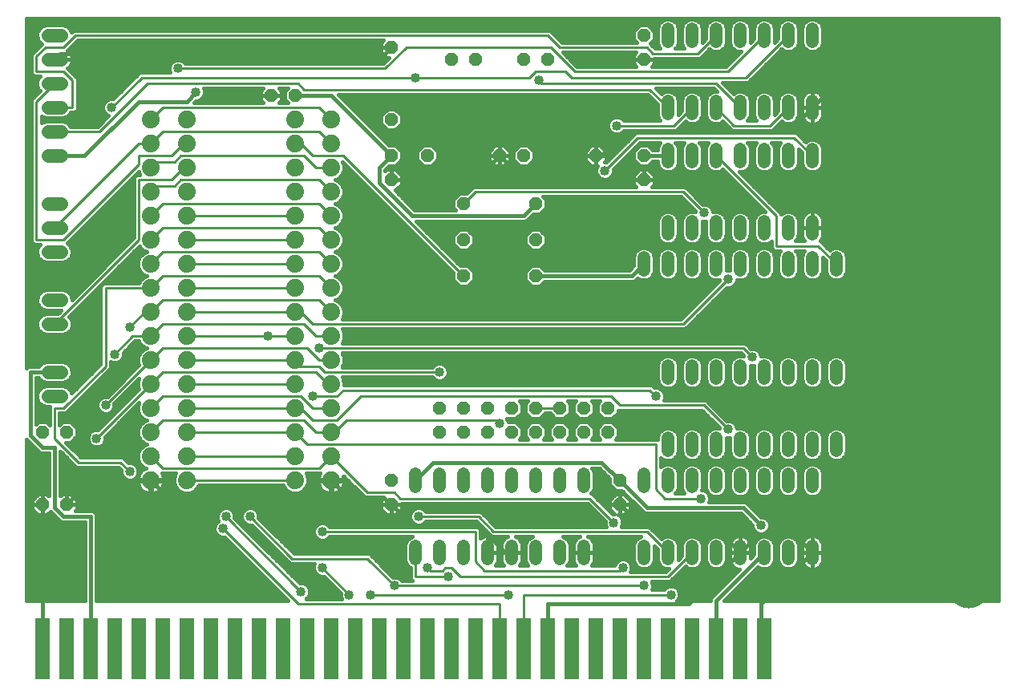
<source format=gbl>
G75*
%MOIN*%
%OFA0B0*%
%FSLAX24Y24*%
%IPPOS*%
%LPD*%
%AMOC8*
5,1,8,0,0,1.08239X$1,22.5*
%
%ADD10R,0.0600X0.2550*%
%ADD11OC8,0.0520*%
%ADD12C,0.1650*%
%ADD13C,0.0740*%
%ADD14C,0.0520*%
%ADD15OC8,0.0560*%
%ADD16C,0.0560*%
%ADD17C,0.0100*%
%ADD18C,0.0400*%
%ADD19C,0.0160*%
D10*
X002180Y001900D03*
X003180Y001900D03*
X004180Y001900D03*
X005180Y001900D03*
X006180Y001900D03*
X007180Y001900D03*
X008180Y001900D03*
X009180Y001900D03*
X010180Y001900D03*
X011180Y001900D03*
X012180Y001900D03*
X013180Y001900D03*
X014180Y001900D03*
X015180Y001900D03*
X016180Y001900D03*
X017180Y001900D03*
X018180Y001900D03*
X019180Y001900D03*
X020180Y001900D03*
X021180Y001900D03*
X022180Y001900D03*
X023180Y001900D03*
X024180Y001900D03*
X025180Y001900D03*
X026180Y001900D03*
X027180Y001900D03*
X028180Y001900D03*
X029180Y001900D03*
X030180Y001900D03*
X031180Y001900D03*
X032180Y001900D03*
D11*
X026180Y007900D03*
X026180Y008900D03*
X016680Y008900D03*
X016680Y007900D03*
X019680Y017400D03*
X019680Y018900D03*
X019680Y020400D03*
X018180Y022400D03*
X016680Y022400D03*
X016680Y021400D03*
X016680Y023900D03*
X019180Y026400D03*
X020180Y026400D03*
X022180Y026400D03*
X023180Y026400D03*
X027180Y026400D03*
X027180Y027400D03*
X027180Y022400D03*
X027180Y021400D03*
X025180Y022400D03*
X022680Y020400D03*
X022680Y018900D03*
X022680Y017400D03*
X022180Y022400D03*
X021180Y022400D03*
X016680Y026900D03*
X012680Y024900D03*
X011680Y024900D03*
X003180Y010900D03*
X002180Y010900D03*
X002180Y007900D03*
X003180Y007900D03*
D12*
X040680Y004400D03*
X040680Y026650D03*
D13*
X014180Y023900D03*
X014180Y022900D03*
X014180Y021900D03*
X014180Y020900D03*
X014180Y019900D03*
X014180Y018900D03*
X014180Y017900D03*
X014180Y016900D03*
X014180Y015900D03*
X014180Y014900D03*
X014180Y013900D03*
X014180Y012900D03*
X014180Y011900D03*
X014180Y010900D03*
X014180Y009900D03*
X014180Y008900D03*
X012680Y008900D03*
X012680Y009900D03*
X012680Y010900D03*
X012680Y011900D03*
X012680Y012900D03*
X012680Y013900D03*
X012680Y014900D03*
X012680Y015900D03*
X012680Y016900D03*
X012680Y017900D03*
X012680Y018900D03*
X012680Y019900D03*
X012680Y020900D03*
X012680Y021900D03*
X012680Y022900D03*
X012680Y023900D03*
X008180Y023900D03*
X008180Y022900D03*
X008180Y021900D03*
X008180Y020900D03*
X008180Y019900D03*
X008180Y018900D03*
X008180Y017900D03*
X008180Y016900D03*
X008180Y015900D03*
X008180Y014900D03*
X008180Y013900D03*
X008180Y012900D03*
X008180Y011900D03*
X008180Y010900D03*
X008180Y009900D03*
X008180Y008900D03*
X006680Y008900D03*
X006680Y009900D03*
X006680Y010900D03*
X006680Y011900D03*
X006680Y012900D03*
X006680Y013900D03*
X006680Y014900D03*
X006680Y015900D03*
X006680Y016900D03*
X006680Y017900D03*
X006680Y018900D03*
X006680Y019900D03*
X006680Y020900D03*
X006680Y021900D03*
X006680Y022900D03*
X006680Y023900D03*
D14*
X017680Y009160D02*
X017680Y008640D01*
X018680Y008640D02*
X018680Y009160D01*
X019680Y009160D02*
X019680Y008640D01*
X020680Y008640D02*
X020680Y009160D01*
X021680Y009160D02*
X021680Y008640D01*
X022680Y008640D02*
X022680Y009160D01*
X023680Y009160D02*
X023680Y008640D01*
X024680Y008640D02*
X024680Y009160D01*
X027180Y009160D02*
X027180Y008640D01*
X028180Y008640D02*
X028180Y009160D01*
X028180Y010140D02*
X028180Y010660D01*
X029180Y010660D02*
X029180Y010140D01*
X030180Y010140D02*
X030180Y010660D01*
X031180Y010660D02*
X031180Y010140D01*
X031180Y009160D02*
X031180Y008640D01*
X030180Y008640D02*
X030180Y009160D01*
X029180Y009160D02*
X029180Y008640D01*
X029180Y006160D02*
X029180Y005640D01*
X030180Y005640D02*
X030180Y006160D01*
X031180Y006160D02*
X031180Y005640D01*
X032180Y005640D02*
X032180Y006160D01*
X033180Y006160D02*
X033180Y005640D01*
X034180Y005640D02*
X034180Y006160D01*
X034180Y008640D02*
X034180Y009160D01*
X033180Y009160D02*
X033180Y008640D01*
X032180Y008640D02*
X032180Y009160D01*
X032180Y010140D02*
X032180Y010660D01*
X033180Y010660D02*
X033180Y010140D01*
X034180Y010140D02*
X034180Y010660D01*
X035180Y010660D02*
X035180Y010140D01*
X035180Y013140D02*
X035180Y013660D01*
X034180Y013660D02*
X034180Y013140D01*
X033180Y013140D02*
X033180Y013660D01*
X032180Y013660D02*
X032180Y013140D01*
X031180Y013140D02*
X031180Y013660D01*
X030180Y013660D02*
X030180Y013140D01*
X029180Y013140D02*
X029180Y013660D01*
X028180Y013660D02*
X028180Y013140D01*
X028180Y017640D02*
X028180Y018160D01*
X027180Y018160D02*
X027180Y017640D01*
X028180Y019140D02*
X028180Y019660D01*
X029180Y019660D02*
X029180Y019140D01*
X030180Y019140D02*
X030180Y019660D01*
X031180Y019660D02*
X031180Y019140D01*
X031180Y018160D02*
X031180Y017640D01*
X030180Y017640D02*
X030180Y018160D01*
X029180Y018160D02*
X029180Y017640D01*
X032180Y017640D02*
X032180Y018160D01*
X033180Y018160D02*
X033180Y017640D01*
X034180Y017640D02*
X034180Y018160D01*
X034180Y019140D02*
X034180Y019660D01*
X033180Y019660D02*
X033180Y019140D01*
X032180Y019140D02*
X032180Y019660D01*
X032180Y022140D02*
X032180Y022660D01*
X033180Y022660D02*
X033180Y022140D01*
X034180Y022140D02*
X034180Y022660D01*
X034180Y024140D02*
X034180Y024660D01*
X033180Y024660D02*
X033180Y024140D01*
X032180Y024140D02*
X032180Y024660D01*
X031180Y024660D02*
X031180Y024140D01*
X030180Y024140D02*
X030180Y024660D01*
X029180Y024660D02*
X029180Y024140D01*
X028180Y024140D02*
X028180Y024660D01*
X028180Y022660D02*
X028180Y022140D01*
X029180Y022140D02*
X029180Y022660D01*
X030180Y022660D02*
X030180Y022140D01*
X031180Y022140D02*
X031180Y022660D01*
X031180Y027140D02*
X031180Y027660D01*
X030180Y027660D02*
X030180Y027140D01*
X029180Y027140D02*
X029180Y027660D01*
X028180Y027660D02*
X028180Y027140D01*
X032180Y027140D02*
X032180Y027660D01*
X033180Y027660D02*
X033180Y027140D01*
X034180Y027140D02*
X034180Y027660D01*
X035180Y018160D02*
X035180Y017640D01*
X028180Y006160D02*
X028180Y005640D01*
X027180Y005640D02*
X027180Y006160D01*
X024680Y006160D02*
X024680Y005640D01*
X023680Y005640D02*
X023680Y006160D01*
X022680Y006160D02*
X022680Y005640D01*
X021680Y005640D02*
X021680Y006160D01*
X020680Y006160D02*
X020680Y005640D01*
X019680Y005640D02*
X019680Y006160D01*
X018680Y006160D02*
X018680Y005640D01*
X017680Y005640D02*
X017680Y006160D01*
D15*
X018680Y010900D03*
X019680Y010900D03*
X019680Y011900D03*
X018680Y011900D03*
X020680Y011900D03*
X021680Y011900D03*
X022680Y011900D03*
X022680Y010900D03*
X021680Y010900D03*
X020680Y010900D03*
X023680Y010900D03*
X024680Y010900D03*
X025680Y010900D03*
X025680Y011900D03*
X024680Y011900D03*
X023680Y011900D03*
D16*
X002960Y012400D02*
X002400Y012400D01*
X002400Y013400D02*
X002960Y013400D01*
X002960Y015400D02*
X002400Y015400D01*
X002400Y016400D02*
X002960Y016400D01*
X002960Y018400D02*
X002400Y018400D01*
X002400Y019400D02*
X002960Y019400D01*
X002960Y020400D02*
X002400Y020400D01*
X002400Y022400D02*
X002960Y022400D01*
X002960Y023400D02*
X002400Y023400D01*
X002400Y024400D02*
X002960Y024400D01*
X002960Y025400D02*
X002400Y025400D01*
X002400Y026400D02*
X002960Y026400D01*
X002960Y027400D02*
X002400Y027400D01*
D17*
X002305Y026900D02*
X001930Y026525D01*
X001930Y025900D01*
X003055Y025900D01*
X003430Y025525D01*
X003430Y024400D01*
X002680Y024400D01*
X001930Y024650D02*
X001930Y018900D01*
X003055Y018900D01*
X006180Y022025D01*
X006180Y022400D01*
X007555Y022400D01*
X008055Y022900D01*
X008180Y022900D01*
X007930Y022400D02*
X007680Y022150D01*
X006930Y022150D01*
X006680Y021900D01*
X006180Y021400D02*
X007555Y021400D01*
X008055Y021900D01*
X008180Y021900D01*
X007930Y022400D02*
X013055Y022400D01*
X013555Y021900D01*
X014180Y021900D01*
X014680Y022400D02*
X013430Y022400D01*
X012930Y022900D01*
X012680Y022900D01*
X013680Y023400D02*
X007180Y023400D01*
X006680Y022900D01*
X006180Y022900D01*
X002680Y019400D01*
X004805Y016900D02*
X006680Y016900D01*
X007180Y017400D01*
X013680Y017400D01*
X014180Y016900D01*
X013680Y016400D02*
X014180Y015900D01*
X013680Y016400D02*
X007180Y016400D01*
X006680Y015900D01*
X006430Y015900D01*
X005805Y015275D01*
X005930Y014900D02*
X006680Y014900D01*
X007180Y015400D01*
X013055Y015400D01*
X013555Y014900D01*
X014180Y014900D01*
X013680Y014400D02*
X031305Y014400D01*
X031680Y014025D01*
X029680Y012025D02*
X026180Y012025D01*
X025805Y012400D01*
X015430Y012400D01*
X014430Y011400D01*
X013430Y011400D01*
X012930Y011900D01*
X012680Y011900D01*
X008180Y011900D01*
X008180Y010900D02*
X012680Y010900D01*
X013180Y010400D01*
X027680Y010400D01*
X027680Y008525D01*
X028055Y008150D01*
X029555Y008150D01*
X027305Y006775D02*
X020930Y006775D01*
X020305Y007400D01*
X017805Y007400D01*
X017055Y008150D02*
X016805Y008400D01*
X015680Y008400D01*
X014180Y009900D01*
X013680Y009400D01*
X007180Y009400D01*
X006680Y009900D01*
X005805Y009275D02*
X005430Y009650D01*
X003680Y009650D01*
X002680Y010650D01*
X002680Y011900D01*
X003055Y011900D01*
X004805Y013650D01*
X004805Y016900D01*
X006680Y017900D02*
X007180Y018400D01*
X013680Y018400D01*
X014180Y017900D01*
X014180Y018900D02*
X013680Y019400D01*
X007180Y019400D01*
X006680Y018900D01*
X006180Y018900D02*
X006180Y021400D01*
X006680Y020900D02*
X006930Y021150D01*
X007680Y021150D01*
X007930Y021400D01*
X013680Y021400D01*
X014180Y020900D01*
X013680Y020400D02*
X014180Y019900D01*
X013680Y020400D02*
X007180Y020400D01*
X006680Y019900D01*
X006180Y018900D02*
X002680Y015400D01*
X005180Y014150D02*
X005930Y014900D01*
X006680Y013900D02*
X004805Y012025D01*
X004430Y010650D02*
X006680Y012900D01*
X007180Y013400D01*
X013555Y013400D01*
X014055Y012900D01*
X014180Y012900D01*
X013930Y013400D02*
X018680Y013400D01*
X021055Y011400D02*
X014805Y011400D01*
X014305Y010900D01*
X014180Y010900D01*
X013555Y010900D01*
X013055Y011400D01*
X007180Y011400D01*
X006680Y010900D01*
X006680Y011900D02*
X007180Y012400D01*
X012930Y012400D01*
X013430Y011900D01*
X014180Y011900D01*
X014430Y012400D02*
X013430Y012400D01*
X012680Y012900D02*
X008180Y012900D01*
X008180Y013900D02*
X012680Y013900D01*
X012930Y013650D01*
X013680Y013650D01*
X013930Y013400D01*
X014180Y013900D02*
X013680Y013900D01*
X013180Y014400D01*
X007180Y014400D01*
X006680Y013900D01*
X008180Y014900D02*
X011555Y014900D01*
X012680Y014900D01*
X013430Y015400D02*
X012930Y015900D01*
X012680Y015900D01*
X008180Y015900D01*
X008180Y016900D02*
X012680Y016900D01*
X012680Y017900D02*
X008180Y017900D01*
X008180Y018900D02*
X012680Y018900D01*
X012680Y019900D02*
X008180Y019900D01*
X004555Y023400D02*
X002680Y023400D01*
X001930Y024650D02*
X002680Y025400D01*
X002305Y026900D02*
X003055Y026900D01*
X003555Y027400D01*
X023180Y027400D01*
X023680Y026900D01*
X027305Y026900D01*
X027555Y026650D01*
X029430Y026650D01*
X030180Y027400D01*
X030680Y025900D02*
X024305Y025900D01*
X023305Y026900D01*
X017305Y026900D01*
X016430Y026025D01*
X007805Y026025D01*
X006555Y025400D02*
X004555Y023400D01*
X005055Y024400D02*
X006305Y025650D01*
X017680Y025650D01*
X022430Y025650D01*
X022680Y025900D01*
X023930Y025900D01*
X024180Y025650D01*
X031430Y025650D01*
X033180Y027400D01*
X032180Y027400D02*
X030680Y025900D01*
X030180Y025400D02*
X031180Y024400D01*
X030930Y023650D02*
X032430Y023650D01*
X033180Y024400D01*
X033430Y023150D02*
X034180Y022400D01*
X033430Y023150D02*
X026930Y023150D01*
X025555Y021775D01*
X026055Y023650D02*
X028430Y023650D01*
X029180Y024400D01*
X030180Y024400D02*
X030930Y023650D01*
X030180Y022400D02*
X032680Y019900D01*
X032680Y018650D01*
X034430Y018650D01*
X035180Y017900D01*
X030680Y017275D02*
X028805Y015400D01*
X013430Y015400D01*
X014680Y012650D02*
X014430Y012400D01*
X014680Y012650D02*
X027430Y012650D01*
X027680Y012400D01*
X029680Y012025D02*
X030680Y011025D01*
X025930Y007150D02*
X024930Y008150D01*
X017055Y008150D01*
X017680Y005900D02*
X017680Y004900D01*
X019055Y004900D01*
X018805Y005150D02*
X018305Y005150D01*
X018180Y005275D01*
X018805Y005150D02*
X018930Y005275D01*
X019180Y005275D01*
X019555Y004900D01*
X028180Y004900D01*
X029180Y005900D01*
X028180Y005900D02*
X027305Y006775D01*
X026305Y005275D02*
X026180Y005150D01*
X020555Y005150D01*
X020180Y005525D01*
X020180Y006775D01*
X013805Y006775D01*
X012555Y005650D02*
X015680Y005650D01*
X016805Y004525D01*
X027180Y004525D01*
X028305Y004150D02*
X022180Y004150D01*
X022180Y001900D01*
X021180Y001900D02*
X021180Y003775D01*
X012805Y003775D01*
X009680Y006900D01*
X009805Y007400D02*
X012930Y004275D01*
X013805Y005275D02*
X014930Y004150D01*
X015805Y004150D02*
X021555Y004150D01*
X021180Y011275D02*
X021055Y011400D01*
X022680Y011900D02*
X023680Y011900D01*
X019680Y017400D02*
X014680Y022400D01*
X014180Y022900D02*
X013680Y023400D01*
X014180Y023900D02*
X013680Y024400D01*
X007180Y024400D01*
X006680Y023900D01*
X006555Y025400D02*
X012805Y025400D01*
X013055Y025150D01*
X027430Y025150D01*
X028180Y024400D01*
X030180Y025400D02*
X022930Y025400D01*
X022805Y025525D01*
X020180Y020900D02*
X019680Y020400D01*
X020180Y020900D02*
X028805Y020900D01*
X029680Y020025D01*
X012680Y009900D02*
X008180Y009900D01*
X008180Y008900D02*
X012680Y008900D01*
X010805Y007400D02*
X012555Y005650D01*
D18*
X013805Y005275D03*
X012930Y004275D03*
X014930Y004150D03*
X015805Y004150D03*
X016805Y004525D03*
X018180Y005275D03*
X019055Y004900D03*
X021555Y004150D03*
X017805Y007400D03*
X013805Y006775D03*
X010805Y007400D03*
X009805Y007400D03*
X009680Y006900D03*
X005805Y009275D03*
X004430Y010650D03*
X004805Y012025D03*
X005180Y014150D03*
X005805Y015275D03*
X011555Y014900D03*
X013680Y014400D03*
X013430Y012400D03*
X018680Y013400D03*
X021180Y011275D03*
X025930Y007150D03*
X026305Y005275D03*
X027180Y004525D03*
X028305Y004150D03*
X032055Y007025D03*
X029555Y008150D03*
X030680Y011025D03*
X027680Y012400D03*
X031680Y014025D03*
X030680Y017275D03*
X029680Y020025D03*
X025555Y021775D03*
X026055Y023650D03*
X022805Y025525D03*
X017680Y025650D03*
X008555Y025025D03*
X007805Y026025D03*
X005055Y024400D03*
D19*
X004923Y024065D02*
X004468Y023610D01*
X003349Y023610D01*
X003333Y023649D01*
X003209Y023773D01*
X003048Y023840D01*
X002312Y023840D01*
X002151Y023773D01*
X002140Y023762D01*
X002140Y024038D01*
X002151Y024027D01*
X002312Y023960D01*
X003048Y023960D01*
X003209Y024027D01*
X003333Y024151D01*
X003349Y024190D01*
X003517Y024190D01*
X003640Y024313D01*
X003640Y025612D01*
X003517Y025735D01*
X003517Y025735D01*
X003265Y025987D01*
X003227Y026025D01*
X003260Y026049D01*
X003311Y026100D01*
X003353Y026159D01*
X003386Y026223D01*
X003409Y026292D01*
X003420Y026364D01*
X003420Y026390D01*
X002690Y026390D01*
X002690Y026410D01*
X003420Y026410D01*
X003420Y026436D01*
X003409Y026508D01*
X003386Y026577D01*
X003353Y026641D01*
X003311Y026700D01*
X003260Y026751D01*
X003227Y026775D01*
X003265Y026813D01*
X003642Y027190D01*
X016348Y027190D01*
X016240Y027082D01*
X016240Y026900D01*
X016680Y026900D01*
X016430Y026650D01*
X002930Y026650D01*
X002680Y026400D01*
X003231Y026028D02*
X007445Y026028D01*
X007445Y026097D02*
X007445Y025953D01*
X007484Y025860D01*
X006218Y025860D01*
X005118Y024760D01*
X004983Y024760D01*
X004851Y024705D01*
X004750Y024604D01*
X004695Y024472D01*
X004695Y024328D01*
X004750Y024196D01*
X004851Y024095D01*
X004923Y024065D01*
X004820Y024126D02*
X003308Y024126D01*
X003066Y023968D02*
X004826Y023968D01*
X004667Y023809D02*
X003122Y023809D01*
X003332Y023651D02*
X004509Y023651D01*
X004713Y024285D02*
X003612Y024285D01*
X003640Y024443D02*
X004695Y024443D01*
X004749Y024602D02*
X003640Y024602D01*
X003640Y024760D02*
X005118Y024760D01*
X005277Y024919D02*
X003640Y024919D01*
X003640Y025077D02*
X005435Y025077D01*
X005594Y025236D02*
X003640Y025236D01*
X003640Y025394D02*
X005752Y025394D01*
X005911Y025553D02*
X003640Y025553D01*
X003541Y025711D02*
X006069Y025711D01*
X006180Y024650D02*
X003930Y022400D01*
X002680Y022400D01*
X001720Y022383D02*
X001510Y022383D01*
X001510Y022541D02*
X001720Y022541D01*
X001720Y022700D02*
X001510Y022700D01*
X001510Y022858D02*
X001720Y022858D01*
X001720Y023017D02*
X001510Y023017D01*
X001510Y023175D02*
X001720Y023175D01*
X001720Y023334D02*
X001510Y023334D01*
X001510Y023492D02*
X001720Y023492D01*
X001720Y023651D02*
X001510Y023651D01*
X001510Y023809D02*
X001720Y023809D01*
X001720Y023968D02*
X001510Y023968D01*
X001510Y024126D02*
X001720Y024126D01*
X001720Y024285D02*
X001510Y024285D01*
X001510Y024443D02*
X001720Y024443D01*
X001720Y024602D02*
X001510Y024602D01*
X001510Y024760D02*
X001743Y024760D01*
X001720Y024737D02*
X001720Y018813D01*
X001843Y018690D01*
X002068Y018690D01*
X002027Y018649D01*
X001960Y018488D01*
X001960Y018312D01*
X002027Y018151D01*
X002151Y018027D01*
X002312Y017960D01*
X003048Y017960D01*
X003209Y018027D01*
X003333Y018151D01*
X003400Y018312D01*
X003400Y018488D01*
X003333Y018649D01*
X003217Y018765D01*
X003265Y018813D01*
X003265Y018813D01*
X006178Y021726D01*
X006226Y021610D01*
X006093Y021610D01*
X005970Y021487D01*
X005970Y018987D01*
X003400Y016417D01*
X003400Y016488D01*
X003333Y016649D01*
X003209Y016773D01*
X003048Y016840D01*
X002312Y016840D01*
X002151Y016773D01*
X002027Y016649D01*
X001960Y016488D01*
X001960Y016312D01*
X002027Y016151D01*
X002151Y016027D01*
X002312Y015960D01*
X002943Y015960D01*
X002823Y015840D01*
X002312Y015840D01*
X002151Y015773D01*
X002027Y015649D01*
X001960Y015488D01*
X001960Y015312D01*
X002027Y015151D01*
X002151Y015027D01*
X002312Y014960D01*
X003048Y014960D01*
X003209Y015027D01*
X003333Y015151D01*
X003400Y015312D01*
X003400Y015488D01*
X003333Y015649D01*
X003280Y015703D01*
X006215Y018638D01*
X006231Y018600D01*
X006380Y018451D01*
X006502Y018400D01*
X006380Y018349D01*
X006231Y018200D01*
X006150Y018005D01*
X006150Y017795D01*
X006231Y017600D01*
X006380Y017451D01*
X006502Y017400D01*
X006380Y017349D01*
X006231Y017200D01*
X006193Y017110D01*
X004718Y017110D01*
X004595Y016987D01*
X004595Y013737D01*
X003384Y012526D01*
X003333Y012649D01*
X003209Y012773D01*
X003048Y012840D01*
X002312Y012840D01*
X002151Y012773D01*
X002027Y012649D01*
X001960Y012488D01*
X001960Y012312D01*
X002027Y012151D01*
X002151Y012027D01*
X002312Y011960D01*
X002470Y011960D01*
X002470Y011204D01*
X002354Y011320D01*
X002006Y011320D01*
X001920Y011234D01*
X001920Y013160D01*
X002023Y013160D01*
X002027Y013151D01*
X002151Y013027D01*
X002312Y012960D01*
X003048Y012960D01*
X003209Y013027D01*
X003333Y013151D01*
X003400Y013312D01*
X003400Y013488D01*
X003333Y013649D01*
X003209Y013773D01*
X003048Y013840D01*
X002312Y013840D01*
X002151Y013773D01*
X002027Y013649D01*
X002023Y013640D01*
X001632Y013640D01*
X001544Y013603D01*
X001510Y013569D01*
X001510Y028116D01*
X041900Y028116D01*
X041900Y003900D01*
X030519Y003900D01*
X031923Y005303D01*
X031942Y005284D01*
X032096Y005220D01*
X032264Y005220D01*
X032418Y005284D01*
X032536Y005402D01*
X032600Y005556D01*
X032600Y006244D01*
X032536Y006398D01*
X032418Y006516D01*
X032264Y006580D01*
X032096Y006580D01*
X031942Y006516D01*
X031824Y006398D01*
X031760Y006244D01*
X031760Y005819D01*
X031620Y005679D01*
X031620Y005900D01*
X031620Y006195D01*
X031609Y006263D01*
X031588Y006329D01*
X031556Y006391D01*
X031516Y006447D01*
X031467Y006496D01*
X031411Y006536D01*
X031349Y006568D01*
X031283Y006589D01*
X031215Y006600D01*
X031180Y006600D01*
X031180Y005900D01*
X029555Y007525D01*
X026555Y007525D01*
X026180Y007900D01*
X026180Y007900D01*
X026180Y008340D01*
X026362Y008340D01*
X026620Y008082D01*
X026620Y007900D01*
X026180Y007900D01*
X026180Y007900D01*
X026180Y007900D01*
X025740Y007900D01*
X025740Y008082D01*
X025998Y008340D01*
X026180Y008340D01*
X026180Y007900D01*
X026620Y007900D01*
X026620Y007718D01*
X026362Y007460D01*
X026180Y007460D01*
X026180Y007900D01*
X026180Y007900D01*
X025740Y007900D01*
X025740Y007718D01*
X025948Y007510D01*
X025867Y007510D01*
X025140Y008237D01*
X025017Y008360D01*
X024994Y008360D01*
X025036Y008402D01*
X025100Y008556D01*
X025100Y009244D01*
X025036Y009398D01*
X025024Y009410D01*
X025331Y009410D01*
X025760Y008981D01*
X025760Y008726D01*
X026006Y008480D01*
X026261Y008480D01*
X027169Y007572D01*
X027257Y007535D01*
X031206Y007535D01*
X031695Y007046D01*
X031695Y006953D01*
X031750Y006821D01*
X031851Y006720D01*
X031983Y006665D01*
X032127Y006665D01*
X032259Y006720D01*
X032360Y006821D01*
X032415Y006953D01*
X032415Y007097D01*
X032360Y007229D01*
X032259Y007330D01*
X032127Y007385D01*
X032034Y007385D01*
X031508Y007911D01*
X031441Y007978D01*
X031353Y008015D01*
X029889Y008015D01*
X029915Y008078D01*
X029915Y008222D01*
X029860Y008354D01*
X029759Y008455D01*
X029627Y008510D01*
X029581Y008510D01*
X029600Y008556D01*
X029600Y009244D01*
X029536Y009398D01*
X029418Y009516D01*
X029264Y009580D01*
X029096Y009580D01*
X028942Y009516D01*
X028824Y009398D01*
X028760Y009244D01*
X028760Y008556D01*
X028824Y008402D01*
X028866Y008360D01*
X028494Y008360D01*
X028536Y008402D01*
X028600Y008556D01*
X028600Y009244D01*
X028536Y009398D01*
X028418Y009516D01*
X028264Y009580D01*
X028096Y009580D01*
X027942Y009516D01*
X027890Y009464D01*
X027890Y009836D01*
X027942Y009784D01*
X028096Y009720D01*
X028264Y009720D01*
X028418Y009784D01*
X028536Y009902D01*
X028600Y010056D01*
X028600Y010744D01*
X028536Y010898D01*
X028418Y011016D01*
X028264Y011080D01*
X028096Y011080D01*
X027942Y011016D01*
X027824Y010898D01*
X027760Y010744D01*
X027760Y010610D01*
X026012Y010610D01*
X026120Y010718D01*
X026120Y011082D01*
X025862Y011340D01*
X025498Y011340D01*
X025240Y011082D01*
X025240Y010718D01*
X025348Y010610D01*
X025012Y010610D01*
X025120Y010718D01*
X025120Y011082D01*
X024862Y011340D01*
X024498Y011340D01*
X024240Y011082D01*
X024240Y010718D01*
X024348Y010610D01*
X024012Y010610D01*
X024120Y010718D01*
X024120Y011082D01*
X023862Y011340D01*
X023498Y011340D01*
X023240Y011082D01*
X023240Y010718D01*
X023348Y010610D01*
X023012Y010610D01*
X023120Y010718D01*
X023120Y011082D01*
X022862Y011340D01*
X022498Y011340D01*
X022240Y011082D01*
X022240Y010718D01*
X022348Y010610D01*
X022012Y010610D01*
X022120Y010718D01*
X022120Y011082D01*
X021862Y011340D01*
X021540Y011340D01*
X021540Y011347D01*
X021490Y011468D01*
X021498Y011460D01*
X021862Y011460D01*
X022120Y011718D01*
X022120Y012082D01*
X022012Y012190D01*
X022348Y012190D01*
X022240Y012082D01*
X022240Y011718D01*
X022498Y011460D01*
X022862Y011460D01*
X023092Y011690D01*
X023268Y011690D01*
X023498Y011460D01*
X023862Y011460D01*
X024120Y011718D01*
X024120Y012082D01*
X024012Y012190D01*
X024348Y012190D01*
X024240Y012082D01*
X024240Y011718D01*
X024498Y011460D01*
X024862Y011460D01*
X025120Y011718D01*
X025120Y012082D01*
X025012Y012190D01*
X025348Y012190D01*
X025240Y012082D01*
X025240Y011718D01*
X025498Y011460D01*
X025862Y011460D01*
X026120Y011718D01*
X026120Y011815D01*
X029593Y011815D01*
X030320Y011088D01*
X030320Y011057D01*
X030264Y011080D01*
X030096Y011080D01*
X029942Y011016D01*
X029824Y010898D01*
X029760Y010744D01*
X029760Y010056D01*
X029824Y009902D01*
X029942Y009784D01*
X030096Y009720D01*
X030264Y009720D01*
X030418Y009784D01*
X030536Y009902D01*
X030600Y010056D01*
X030600Y010668D01*
X030608Y010665D01*
X030752Y010665D01*
X030760Y010668D01*
X030760Y010056D01*
X030824Y009902D01*
X030942Y009784D01*
X031096Y009720D01*
X031264Y009720D01*
X031418Y009784D01*
X031536Y009902D01*
X031600Y010056D01*
X031600Y010744D01*
X031536Y010898D01*
X031418Y011016D01*
X031264Y011080D01*
X031096Y011080D01*
X031040Y011057D01*
X031040Y011097D01*
X030985Y011229D01*
X030884Y011330D01*
X030752Y011385D01*
X030617Y011385D01*
X029890Y012112D01*
X029767Y012235D01*
X028001Y012235D01*
X028040Y012328D01*
X028040Y012472D01*
X027985Y012604D01*
X027884Y012705D01*
X027752Y012760D01*
X027617Y012760D01*
X027517Y012860D01*
X014710Y012860D01*
X014710Y013005D01*
X014634Y013190D01*
X018381Y013190D01*
X018476Y013095D01*
X018608Y013040D01*
X018752Y013040D01*
X018884Y013095D01*
X018985Y013196D01*
X019040Y013328D01*
X019040Y013472D01*
X018985Y013604D01*
X018884Y013705D01*
X018752Y013760D01*
X018608Y013760D01*
X018476Y013705D01*
X018381Y013610D01*
X014634Y013610D01*
X014710Y013795D01*
X014710Y014005D01*
X014634Y014190D01*
X031218Y014190D01*
X031320Y014088D01*
X031320Y014057D01*
X031264Y014080D01*
X031096Y014080D01*
X030942Y014016D01*
X030824Y013898D01*
X030760Y013744D01*
X030760Y013056D01*
X030824Y012902D01*
X030942Y012784D01*
X031096Y012720D01*
X031264Y012720D01*
X031418Y012784D01*
X031536Y012902D01*
X031600Y013056D01*
X031600Y013668D01*
X031608Y013665D01*
X031600Y013665D01*
X031608Y013665D02*
X031752Y013665D01*
X031760Y013665D01*
X031760Y013668D02*
X031760Y013056D01*
X031824Y012902D01*
X031942Y012784D01*
X032096Y012720D01*
X032264Y012720D01*
X032418Y012784D01*
X032536Y012902D01*
X032600Y013056D01*
X032600Y013744D01*
X032536Y013898D01*
X032418Y014016D01*
X032264Y014080D01*
X032096Y014080D01*
X032040Y014057D01*
X032040Y014097D01*
X031985Y014229D01*
X031884Y014330D01*
X031752Y014385D01*
X031617Y014385D01*
X031515Y014487D01*
X031392Y014610D01*
X014634Y014610D01*
X014710Y014795D01*
X014710Y015005D01*
X014634Y015190D01*
X028892Y015190D01*
X029015Y015313D01*
X030617Y016915D01*
X030752Y016915D01*
X030884Y016970D01*
X030985Y017071D01*
X031040Y017203D01*
X031040Y017243D01*
X031096Y017220D01*
X031264Y017220D01*
X031418Y017284D01*
X031536Y017402D01*
X031600Y017556D01*
X031600Y018244D01*
X031536Y018398D01*
X031418Y018516D01*
X031264Y018580D01*
X031096Y018580D01*
X030942Y018516D01*
X030824Y018398D01*
X030760Y018244D01*
X030760Y017632D01*
X030752Y017635D01*
X030608Y017635D01*
X030600Y017632D01*
X030600Y018244D01*
X030536Y018398D01*
X030418Y018516D01*
X030264Y018580D01*
X030096Y018580D01*
X029942Y018516D01*
X029824Y018398D01*
X029760Y018244D01*
X029760Y017556D01*
X029824Y017402D01*
X029942Y017284D01*
X030096Y017220D01*
X030264Y017220D01*
X030320Y017243D01*
X030320Y017212D01*
X028718Y015610D01*
X014634Y015610D01*
X014710Y015795D01*
X014710Y016005D01*
X014629Y016200D01*
X014480Y016349D01*
X014358Y016400D01*
X014480Y016451D01*
X014629Y016600D01*
X014710Y016795D01*
X014710Y017005D01*
X014629Y017200D01*
X014480Y017349D01*
X014358Y017400D01*
X014480Y017451D01*
X014629Y017600D01*
X014710Y017795D01*
X014710Y018005D01*
X014629Y018200D01*
X014480Y018349D01*
X014358Y018400D01*
X014480Y018451D01*
X014629Y018600D01*
X014710Y018795D01*
X014710Y019005D01*
X014629Y019200D01*
X014480Y019349D01*
X014358Y019400D01*
X014480Y019451D01*
X014629Y019600D01*
X014710Y019795D01*
X014710Y020005D01*
X016778Y020005D01*
X016936Y019847D02*
X014710Y019847D01*
X014710Y020005D02*
X014629Y020200D01*
X014480Y020349D01*
X014358Y020400D01*
X014480Y020451D01*
X014629Y020600D01*
X014710Y020795D01*
X014710Y021005D01*
X014629Y021200D01*
X014480Y021349D01*
X014358Y021400D01*
X014480Y021451D01*
X014629Y021600D01*
X014710Y021795D01*
X014710Y022005D01*
X014662Y022121D01*
X019260Y017523D01*
X019260Y017226D01*
X019506Y016980D01*
X019854Y016980D01*
X020100Y017226D01*
X020100Y017574D01*
X019854Y017820D01*
X019557Y017820D01*
X017717Y019660D01*
X022228Y019660D01*
X022316Y019697D01*
X022599Y019980D01*
X022854Y019980D01*
X023100Y020226D01*
X023100Y020574D01*
X022984Y020690D01*
X028718Y020690D01*
X029320Y020088D01*
X029320Y020057D01*
X029264Y020080D01*
X029096Y020080D01*
X028942Y020016D01*
X028824Y019898D01*
X028760Y019744D01*
X028760Y019056D01*
X028824Y018902D01*
X028942Y018784D01*
X029096Y018720D01*
X029264Y018720D01*
X029418Y018784D01*
X029536Y018902D01*
X029600Y019056D01*
X029600Y019668D01*
X029608Y019665D01*
X029752Y019665D01*
X029760Y019668D01*
X029760Y019056D01*
X029824Y018902D01*
X029942Y018784D01*
X030096Y018720D01*
X030264Y018720D01*
X030418Y018784D01*
X030536Y018902D01*
X030600Y019056D01*
X030600Y019744D01*
X030536Y019898D01*
X030418Y020016D01*
X030264Y020080D01*
X030096Y020080D01*
X030040Y020057D01*
X030040Y020097D01*
X029985Y020229D01*
X029884Y020330D01*
X029752Y020385D01*
X029617Y020385D01*
X029015Y020987D01*
X028892Y021110D01*
X027512Y021110D01*
X027620Y021218D01*
X027620Y021400D01*
X027620Y021582D01*
X027362Y021840D01*
X027180Y021840D01*
X027180Y021400D01*
X025305Y021400D01*
X025180Y021525D01*
X025180Y021900D01*
X021680Y021900D01*
X021180Y022400D01*
X020180Y021400D01*
X016680Y021400D01*
X016680Y021400D01*
X016680Y021840D01*
X016862Y021840D01*
X017120Y021582D01*
X017120Y021400D01*
X016680Y021400D01*
X016680Y021400D01*
X016680Y021840D01*
X016498Y021840D01*
X016420Y021762D01*
X016420Y021801D01*
X016599Y021980D01*
X016854Y021980D01*
X017100Y022226D01*
X017100Y022574D01*
X016854Y022820D01*
X016599Y022820D01*
X014479Y024940D01*
X027343Y024940D01*
X027760Y024523D01*
X027760Y024056D01*
X027824Y023902D01*
X027866Y023860D01*
X026354Y023860D01*
X026259Y023955D01*
X026127Y024010D01*
X025983Y024010D01*
X025851Y023955D01*
X025750Y023854D01*
X025695Y023722D01*
X025695Y023578D01*
X025750Y023446D01*
X025851Y023345D01*
X025983Y023290D01*
X026127Y023290D01*
X026259Y023345D01*
X026354Y023440D01*
X028517Y023440D01*
X028640Y023563D01*
X028902Y023825D01*
X028942Y023784D01*
X029096Y023720D01*
X029264Y023720D01*
X029418Y023784D01*
X029536Y023902D01*
X029600Y024056D01*
X029600Y024744D01*
X029536Y024898D01*
X029418Y025016D01*
X029264Y025080D01*
X029096Y025080D01*
X028942Y025016D01*
X028824Y024898D01*
X028760Y024744D01*
X028760Y024277D01*
X028600Y024117D01*
X028600Y024744D01*
X028536Y024898D01*
X028418Y025016D01*
X028264Y025080D01*
X028096Y025080D01*
X027942Y025016D01*
X027902Y024975D01*
X027687Y025190D01*
X030093Y025190D01*
X030203Y025080D01*
X030096Y025080D01*
X029942Y025016D01*
X029824Y024898D01*
X029760Y024744D01*
X029760Y024056D01*
X029824Y023902D01*
X029942Y023784D01*
X030096Y023720D01*
X030264Y023720D01*
X030418Y023784D01*
X030458Y023825D01*
X030720Y023563D01*
X030843Y023440D01*
X032517Y023440D01*
X032902Y023825D01*
X032942Y023784D01*
X033096Y023720D01*
X033264Y023720D01*
X033418Y023784D01*
X033536Y023902D01*
X033600Y024056D01*
X033600Y024744D01*
X033536Y024898D01*
X033418Y025016D01*
X033264Y025080D01*
X033096Y025080D01*
X032942Y025016D01*
X032824Y024898D01*
X032760Y024744D01*
X032760Y024277D01*
X032600Y024117D01*
X032600Y024744D01*
X032536Y024898D01*
X032418Y025016D01*
X032264Y025080D01*
X032096Y025080D01*
X031942Y025016D01*
X031824Y024898D01*
X031760Y024744D01*
X031760Y024056D01*
X031824Y023902D01*
X031866Y023860D01*
X031494Y023860D01*
X031536Y023902D01*
X031600Y024056D01*
X031600Y024744D01*
X031536Y024898D01*
X031418Y025016D01*
X031264Y025080D01*
X031096Y025080D01*
X030942Y025016D01*
X030902Y024975D01*
X030437Y025440D01*
X031517Y025440D01*
X032902Y026825D01*
X032942Y026784D01*
X033096Y026720D01*
X033264Y026720D01*
X033418Y026784D01*
X033536Y026902D01*
X033600Y027056D01*
X033600Y027744D01*
X033536Y027898D01*
X033418Y028016D01*
X033264Y028080D01*
X033096Y028080D01*
X032942Y028016D01*
X032824Y027898D01*
X032760Y027744D01*
X032760Y027277D01*
X032600Y027117D01*
X032600Y027744D01*
X032536Y027898D01*
X032418Y028016D01*
X032264Y028080D01*
X032096Y028080D01*
X031942Y028016D01*
X031824Y027898D01*
X031760Y027744D01*
X031760Y027277D01*
X031600Y027117D01*
X031600Y027744D01*
X031536Y027898D01*
X031418Y028016D01*
X031264Y028080D01*
X031096Y028080D01*
X030942Y028016D01*
X030824Y027898D01*
X030760Y027744D01*
X030760Y027056D01*
X030824Y026902D01*
X030942Y026784D01*
X031096Y026720D01*
X031203Y026720D01*
X030593Y026110D01*
X027512Y026110D01*
X027620Y026218D01*
X027620Y026400D01*
X027620Y026440D01*
X029517Y026440D01*
X029640Y026563D01*
X029902Y026825D01*
X029942Y026784D01*
X030096Y026720D01*
X030264Y026720D01*
X030418Y026784D01*
X030536Y026902D01*
X030600Y027056D01*
X030600Y027744D01*
X030536Y027898D01*
X030418Y028016D01*
X030264Y028080D01*
X030096Y028080D01*
X029942Y028016D01*
X029824Y027898D01*
X029760Y027744D01*
X029760Y027277D01*
X029600Y027117D01*
X029600Y027744D01*
X029536Y027898D01*
X029418Y028016D01*
X029264Y028080D01*
X029096Y028080D01*
X028942Y028016D01*
X028824Y027898D01*
X028760Y027744D01*
X028760Y027056D01*
X028824Y026902D01*
X028866Y026860D01*
X028494Y026860D01*
X028536Y026902D01*
X028600Y027056D01*
X028600Y027744D01*
X028536Y027898D01*
X028418Y028016D01*
X028264Y028080D01*
X028096Y028080D01*
X027942Y028016D01*
X027824Y027898D01*
X027760Y027744D01*
X027760Y027056D01*
X027824Y026902D01*
X027866Y026860D01*
X027642Y026860D01*
X027515Y026987D01*
X027438Y027064D01*
X027600Y027226D01*
X027600Y027574D01*
X027354Y027820D01*
X027006Y027820D01*
X026760Y027574D01*
X026760Y027226D01*
X026876Y027110D01*
X023767Y027110D01*
X023390Y027487D01*
X023267Y027610D01*
X003468Y027610D01*
X003384Y027526D01*
X003333Y027649D01*
X003209Y027773D01*
X003048Y027840D01*
X002312Y027840D01*
X002151Y027773D01*
X002027Y027649D01*
X001960Y027488D01*
X001960Y027312D01*
X002027Y027151D01*
X002143Y027035D01*
X001843Y026735D01*
X001720Y026612D01*
X001720Y025813D01*
X001843Y025690D01*
X002068Y025690D01*
X002027Y025649D01*
X001960Y025488D01*
X001960Y025312D01*
X002027Y025151D01*
X002080Y025097D01*
X001843Y024860D01*
X001720Y024737D01*
X001902Y024919D02*
X001510Y024919D01*
X001510Y025077D02*
X002060Y025077D01*
X001992Y025236D02*
X001510Y025236D01*
X001510Y025394D02*
X001960Y025394D01*
X001987Y025553D02*
X001510Y025553D01*
X001510Y025711D02*
X001822Y025711D01*
X001720Y025870D02*
X001510Y025870D01*
X001510Y026028D02*
X001720Y026028D01*
X001720Y026187D02*
X001510Y026187D01*
X001510Y026345D02*
X001720Y026345D01*
X001720Y026504D02*
X001510Y026504D01*
X001510Y026662D02*
X001770Y026662D01*
X001929Y026821D02*
X001510Y026821D01*
X001510Y026979D02*
X002087Y026979D01*
X002040Y027138D02*
X001510Y027138D01*
X001510Y027296D02*
X001967Y027296D01*
X001960Y027455D02*
X001510Y027455D01*
X001510Y027613D02*
X002012Y027613D01*
X002149Y027772D02*
X001510Y027772D01*
X001510Y027930D02*
X027856Y027930D01*
X027772Y027772D02*
X027402Y027772D01*
X027561Y027613D02*
X027760Y027613D01*
X027760Y027455D02*
X027600Y027455D01*
X027600Y027296D02*
X027760Y027296D01*
X027760Y027138D02*
X027512Y027138D01*
X027523Y026979D02*
X027792Y026979D01*
X027620Y026400D02*
X027180Y026400D01*
X027180Y026400D01*
X027620Y026400D01*
X027620Y026345D02*
X030828Y026345D01*
X030670Y026187D02*
X027589Y026187D01*
X027180Y026400D02*
X026740Y026400D01*
X027180Y026400D01*
X027180Y026400D01*
X026740Y026400D02*
X026740Y026582D01*
X026848Y026690D01*
X023812Y026690D01*
X024392Y026110D01*
X026848Y026110D01*
X026740Y026218D01*
X026740Y026400D01*
X026740Y026345D02*
X024157Y026345D01*
X024315Y026187D02*
X026771Y026187D01*
X026740Y026504D02*
X023998Y026504D01*
X023840Y026662D02*
X026820Y026662D01*
X026848Y027138D02*
X023739Y027138D01*
X023581Y027296D02*
X026760Y027296D01*
X026760Y027455D02*
X023422Y027455D01*
X026799Y027613D02*
X003348Y027613D01*
X003211Y027772D02*
X026958Y027772D01*
X028504Y027930D02*
X028856Y027930D01*
X028772Y027772D02*
X028588Y027772D01*
X028600Y027613D02*
X028760Y027613D01*
X028760Y027455D02*
X028600Y027455D01*
X028600Y027296D02*
X028760Y027296D01*
X028760Y027138D02*
X028600Y027138D01*
X028568Y026979D02*
X028792Y026979D01*
X029600Y027138D02*
X029621Y027138D01*
X029600Y027296D02*
X029760Y027296D01*
X029760Y027455D02*
X029600Y027455D01*
X029600Y027613D02*
X029760Y027613D01*
X029772Y027772D02*
X029588Y027772D01*
X029504Y027930D02*
X029856Y027930D01*
X030504Y027930D02*
X030856Y027930D01*
X030772Y027772D02*
X030588Y027772D01*
X030600Y027613D02*
X030760Y027613D01*
X030760Y027455D02*
X030600Y027455D01*
X030600Y027296D02*
X030760Y027296D01*
X030760Y027138D02*
X030600Y027138D01*
X030568Y026979D02*
X030792Y026979D01*
X030905Y026821D02*
X030455Y026821D01*
X030987Y026504D02*
X029581Y026504D01*
X029739Y026662D02*
X031145Y026662D01*
X031600Y027138D02*
X031621Y027138D01*
X031600Y027296D02*
X031760Y027296D01*
X031760Y027455D02*
X031600Y027455D01*
X031600Y027613D02*
X031760Y027613D01*
X031772Y027772D02*
X031588Y027772D01*
X031504Y027930D02*
X031856Y027930D01*
X032504Y027930D02*
X032856Y027930D01*
X032772Y027772D02*
X032588Y027772D01*
X032600Y027613D02*
X032760Y027613D01*
X032760Y027455D02*
X032600Y027455D01*
X032600Y027296D02*
X032760Y027296D01*
X032621Y027138D02*
X032600Y027138D01*
X032898Y026821D02*
X032905Y026821D01*
X032739Y026662D02*
X041900Y026662D01*
X041900Y026504D02*
X032581Y026504D01*
X032422Y026345D02*
X041900Y026345D01*
X041900Y026187D02*
X032264Y026187D01*
X032105Y026028D02*
X041900Y026028D01*
X041900Y025870D02*
X031947Y025870D01*
X031788Y025711D02*
X041900Y025711D01*
X041900Y025553D02*
X031630Y025553D01*
X031271Y025077D02*
X032089Y025077D01*
X032271Y025077D02*
X033089Y025077D01*
X033271Y025077D02*
X034040Y025077D01*
X034011Y025068D02*
X033949Y025036D01*
X033893Y024996D01*
X033844Y024947D01*
X033804Y024891D01*
X033772Y024829D01*
X033751Y024763D01*
X033740Y024695D01*
X033740Y024400D01*
X034180Y024400D01*
X033180Y023400D01*
X026430Y023400D01*
X025430Y022400D01*
X025180Y022400D01*
X025180Y021900D01*
X025220Y021907D02*
X016526Y021907D01*
X016680Y021749D02*
X016680Y021749D01*
X016680Y021590D02*
X016680Y021590D01*
X016680Y021432D02*
X016680Y021432D01*
X016680Y021400D02*
X017120Y021400D01*
X017120Y021218D01*
X016862Y020960D01*
X016834Y020960D01*
X017654Y020140D01*
X019346Y020140D01*
X019260Y020226D01*
X019260Y020574D01*
X019506Y020820D01*
X019803Y020820D01*
X020093Y021110D01*
X026848Y021110D01*
X026740Y021218D01*
X026740Y021400D01*
X027180Y021400D01*
X027180Y021400D01*
X027620Y021400D01*
X027180Y021400D01*
X027180Y021400D01*
X027180Y021400D01*
X027180Y021840D01*
X026998Y021840D01*
X026740Y021582D01*
X026740Y021400D01*
X027180Y021400D01*
X027180Y021432D02*
X027180Y021432D01*
X027180Y021590D02*
X027180Y021590D01*
X027180Y021749D02*
X027180Y021749D01*
X027454Y021749D02*
X028028Y021749D01*
X028096Y021720D02*
X028264Y021720D01*
X028418Y021784D01*
X028536Y021902D01*
X028600Y022056D01*
X028600Y022744D01*
X028536Y022898D01*
X028494Y022940D01*
X028866Y022940D01*
X028824Y022898D01*
X028760Y022744D01*
X028760Y022056D01*
X028824Y021902D01*
X028942Y021784D01*
X029096Y021720D01*
X029264Y021720D01*
X029418Y021784D01*
X029536Y021902D01*
X029600Y022056D01*
X029600Y022744D01*
X029536Y022898D01*
X029494Y022940D01*
X029866Y022940D01*
X029824Y022898D01*
X029760Y022744D01*
X029760Y022056D01*
X029824Y021902D01*
X029942Y021784D01*
X030096Y021720D01*
X030264Y021720D01*
X030418Y021784D01*
X030458Y021825D01*
X032203Y020080D01*
X032096Y020080D01*
X031942Y020016D01*
X031824Y019898D01*
X031760Y019744D01*
X031760Y019056D01*
X031824Y018902D01*
X031942Y018784D01*
X032096Y018720D01*
X032264Y018720D01*
X032418Y018784D01*
X032470Y018836D01*
X032470Y018563D01*
X032593Y018440D01*
X032866Y018440D01*
X032824Y018398D01*
X032760Y018244D01*
X032760Y017556D01*
X032824Y017402D01*
X032942Y017284D01*
X033096Y017220D01*
X033264Y017220D01*
X033418Y017284D01*
X033536Y017402D01*
X033600Y017556D01*
X033600Y018244D01*
X033536Y018398D01*
X033494Y018440D01*
X033866Y018440D01*
X033824Y018398D01*
X033760Y018244D01*
X033760Y017556D01*
X033824Y017402D01*
X033942Y017284D01*
X034096Y017220D01*
X034264Y017220D01*
X034418Y017284D01*
X034536Y017402D01*
X034600Y017556D01*
X034600Y018183D01*
X034760Y018023D01*
X034760Y017556D01*
X034824Y017402D01*
X034942Y017284D01*
X035096Y017220D01*
X035264Y017220D01*
X035418Y017284D01*
X035536Y017402D01*
X035600Y017556D01*
X035600Y018244D01*
X035536Y018398D01*
X035418Y018516D01*
X035264Y018580D01*
X035096Y018580D01*
X034942Y018516D01*
X034902Y018475D01*
X034519Y018858D01*
X034556Y018909D01*
X034588Y018971D01*
X034609Y019037D01*
X034620Y019105D01*
X034620Y019400D01*
X034620Y019695D01*
X034609Y019763D01*
X034588Y019829D01*
X034556Y019891D01*
X034516Y019947D01*
X034467Y019996D01*
X034411Y020036D01*
X034349Y020068D01*
X034283Y020089D01*
X034215Y020100D01*
X034180Y020100D01*
X034180Y019400D01*
X034180Y019400D01*
X034620Y019400D01*
X034180Y019400D01*
X034180Y019400D01*
X034180Y019400D01*
X033740Y019400D01*
X033740Y019695D01*
X033751Y019763D01*
X033772Y019829D01*
X033804Y019891D01*
X033844Y019947D01*
X033893Y019996D01*
X033949Y020036D01*
X034011Y020068D01*
X034077Y020089D01*
X034145Y020100D01*
X034180Y020100D01*
X034180Y019400D01*
X033740Y019400D01*
X033740Y019105D01*
X033751Y019037D01*
X033772Y018971D01*
X033804Y018909D01*
X033840Y018860D01*
X033494Y018860D01*
X033536Y018902D01*
X033600Y019056D01*
X033600Y019744D01*
X033536Y019898D01*
X033418Y020016D01*
X033264Y020080D01*
X033096Y020080D01*
X032942Y020016D01*
X032890Y019964D01*
X032890Y019987D01*
X032767Y020110D01*
X031157Y021720D01*
X031264Y021720D01*
X031418Y021784D01*
X031536Y021902D01*
X031600Y022056D01*
X031600Y022744D01*
X031536Y022898D01*
X031494Y022940D01*
X031866Y022940D01*
X031824Y022898D01*
X031760Y022744D01*
X031760Y022056D01*
X031824Y021902D01*
X031942Y021784D01*
X032096Y021720D01*
X032264Y021720D01*
X032418Y021784D01*
X032536Y021902D01*
X032600Y022056D01*
X032600Y022744D01*
X032536Y022898D01*
X032494Y022940D01*
X032866Y022940D01*
X032824Y022898D01*
X032760Y022744D01*
X032760Y022056D01*
X032824Y021902D01*
X032942Y021784D01*
X033096Y021720D01*
X033264Y021720D01*
X033418Y021784D01*
X033536Y021902D01*
X033600Y022056D01*
X033600Y022683D01*
X033760Y022523D01*
X033760Y022056D01*
X033824Y021902D01*
X033942Y021784D01*
X034096Y021720D01*
X034264Y021720D01*
X034418Y021784D01*
X034536Y021902D01*
X034600Y022056D01*
X034600Y022744D01*
X034536Y022898D01*
X034418Y023016D01*
X034264Y023080D01*
X034096Y023080D01*
X033942Y023016D01*
X033902Y022975D01*
X033517Y023360D01*
X026843Y023360D01*
X026720Y023237D01*
X025618Y022135D01*
X025537Y022135D01*
X025620Y022218D01*
X025620Y022400D01*
X025620Y022582D01*
X025362Y022840D01*
X025180Y022840D01*
X025180Y022400D01*
X025620Y022400D01*
X025180Y022400D01*
X025180Y022400D01*
X025180Y022400D01*
X025180Y021960D01*
X025242Y021960D01*
X025195Y021847D01*
X025195Y021703D01*
X025250Y021571D01*
X025351Y021470D01*
X025483Y021415D01*
X025627Y021415D01*
X025759Y021470D01*
X025860Y021571D01*
X025915Y021703D01*
X025915Y021838D01*
X027017Y022940D01*
X027866Y022940D01*
X027824Y022898D01*
X027760Y022744D01*
X027760Y022640D01*
X027534Y022640D01*
X027354Y022820D01*
X027006Y022820D01*
X026760Y022574D01*
X026760Y022226D01*
X027006Y021980D01*
X027354Y021980D01*
X027534Y022160D01*
X027760Y022160D01*
X027760Y022056D01*
X027824Y021902D01*
X027942Y021784D01*
X028096Y021720D01*
X028332Y021749D02*
X029028Y021749D01*
X028822Y021907D02*
X028538Y021907D01*
X028600Y022066D02*
X028760Y022066D01*
X028760Y022224D02*
X028600Y022224D01*
X028600Y022383D02*
X028760Y022383D01*
X028760Y022541D02*
X028600Y022541D01*
X028600Y022700D02*
X028760Y022700D01*
X028807Y022858D02*
X028553Y022858D01*
X028180Y022400D02*
X027180Y022400D01*
X027474Y022700D02*
X027760Y022700D01*
X027807Y022858D02*
X026935Y022858D01*
X026886Y022700D02*
X026777Y022700D01*
X026760Y022541D02*
X026618Y022541D01*
X026760Y022383D02*
X026460Y022383D01*
X026301Y022224D02*
X026762Y022224D01*
X026920Y022066D02*
X026143Y022066D01*
X025984Y021907D02*
X027822Y021907D01*
X027760Y022066D02*
X027440Y022066D01*
X027612Y021590D02*
X030693Y021590D01*
X030851Y021432D02*
X027620Y021432D01*
X027620Y021273D02*
X031010Y021273D01*
X031168Y021115D02*
X027517Y021115D01*
X026843Y021115D02*
X017017Y021115D01*
X017120Y021273D02*
X026740Y021273D01*
X026740Y021432D02*
X025667Y021432D01*
X025443Y021432D02*
X017120Y021432D01*
X017112Y021590D02*
X025242Y021590D01*
X025195Y021749D02*
X016954Y021749D01*
X016940Y022066D02*
X017920Y022066D01*
X018006Y021980D02*
X017760Y022226D01*
X017760Y022574D01*
X018006Y022820D01*
X018354Y022820D01*
X018600Y022574D01*
X018600Y022226D01*
X018354Y021980D01*
X018006Y021980D01*
X017762Y022224D02*
X017098Y022224D01*
X017100Y022383D02*
X017760Y022383D01*
X017760Y022541D02*
X017100Y022541D01*
X016974Y022700D02*
X017886Y022700D01*
X018474Y022700D02*
X020857Y022700D01*
X020740Y022582D02*
X020740Y022400D01*
X021180Y022400D01*
X021620Y022400D01*
X021620Y022582D01*
X021362Y022840D01*
X021180Y022840D01*
X021180Y022400D01*
X021180Y022400D01*
X021180Y022400D01*
X021620Y022400D01*
X021620Y022218D01*
X021362Y021960D01*
X021180Y021960D01*
X021180Y022400D01*
X021180Y022400D01*
X021180Y022400D01*
X021180Y022840D01*
X020998Y022840D01*
X020740Y022582D01*
X020740Y022541D02*
X018600Y022541D01*
X018600Y022383D02*
X020740Y022383D01*
X020740Y022400D02*
X020740Y022218D01*
X020998Y021960D01*
X021180Y021960D01*
X021180Y022400D01*
X020740Y022400D01*
X020740Y022224D02*
X018598Y022224D01*
X018440Y022066D02*
X020892Y022066D01*
X021180Y022066D02*
X021180Y022066D01*
X021180Y022224D02*
X021180Y022224D01*
X021180Y022383D02*
X021180Y022383D01*
X021180Y022541D02*
X021180Y022541D01*
X021180Y022700D02*
X021180Y022700D01*
X021503Y022700D02*
X021886Y022700D01*
X022006Y022820D02*
X021760Y022574D01*
X021760Y022226D01*
X022006Y021980D01*
X022354Y021980D01*
X022600Y022226D01*
X022600Y022574D01*
X022354Y022820D01*
X022006Y022820D01*
X021760Y022541D02*
X021620Y022541D01*
X021620Y022383D02*
X021760Y022383D01*
X021762Y022224D02*
X021620Y022224D01*
X021468Y022066D02*
X021920Y022066D01*
X022440Y022066D02*
X024892Y022066D01*
X024998Y021960D02*
X025180Y021960D01*
X025180Y022400D01*
X025180Y022400D01*
X025180Y022400D01*
X024740Y022400D01*
X024740Y022582D01*
X024998Y022840D01*
X025180Y022840D01*
X025180Y022400D01*
X024740Y022400D01*
X024740Y022218D01*
X024998Y021960D01*
X025180Y022066D02*
X025180Y022066D01*
X025180Y022224D02*
X025180Y022224D01*
X025180Y022383D02*
X025180Y022383D01*
X025180Y022541D02*
X025180Y022541D01*
X025180Y022700D02*
X025180Y022700D01*
X025503Y022700D02*
X026183Y022700D01*
X026341Y022858D02*
X016561Y022858D01*
X016403Y023017D02*
X026500Y023017D01*
X026658Y023175D02*
X016244Y023175D01*
X016086Y023334D02*
X025878Y023334D01*
X025731Y023492D02*
X016866Y023492D01*
X016854Y023480D02*
X017100Y023726D01*
X017100Y024074D01*
X016854Y024320D01*
X016506Y024320D01*
X016260Y024074D01*
X016260Y023726D01*
X016506Y023480D01*
X016854Y023480D01*
X017025Y023651D02*
X025695Y023651D01*
X025731Y023809D02*
X017100Y023809D01*
X017100Y023968D02*
X025881Y023968D01*
X026229Y023968D02*
X027797Y023968D01*
X027760Y024126D02*
X017048Y024126D01*
X016889Y024285D02*
X027760Y024285D01*
X027760Y024443D02*
X014976Y024443D01*
X014818Y024602D02*
X027681Y024602D01*
X027523Y024760D02*
X014659Y024760D01*
X014501Y024919D02*
X027364Y024919D01*
X027800Y025077D02*
X028089Y025077D01*
X028271Y025077D02*
X029089Y025077D01*
X029271Y025077D02*
X030089Y025077D01*
X029845Y024919D02*
X029515Y024919D01*
X029593Y024760D02*
X029767Y024760D01*
X029760Y024602D02*
X029600Y024602D01*
X029600Y024443D02*
X029760Y024443D01*
X029760Y024285D02*
X029600Y024285D01*
X029600Y024126D02*
X029760Y024126D01*
X029797Y023968D02*
X029563Y023968D01*
X029443Y023809D02*
X029917Y023809D01*
X030443Y023809D02*
X030474Y023809D01*
X030632Y023651D02*
X028728Y023651D01*
X028886Y023809D02*
X028917Y023809D01*
X028609Y024126D02*
X028600Y024126D01*
X028600Y024285D02*
X028760Y024285D01*
X028760Y024443D02*
X028600Y024443D01*
X028600Y024602D02*
X028760Y024602D01*
X028767Y024760D02*
X028593Y024760D01*
X028515Y024919D02*
X028845Y024919D01*
X028569Y023492D02*
X030791Y023492D01*
X031563Y023968D02*
X031797Y023968D01*
X031760Y024126D02*
X031600Y024126D01*
X031600Y024285D02*
X031760Y024285D01*
X031760Y024443D02*
X031600Y024443D01*
X031600Y024602D02*
X031760Y024602D01*
X031767Y024760D02*
X031593Y024760D01*
X031515Y024919D02*
X031845Y024919D01*
X032515Y024919D02*
X032845Y024919D01*
X032767Y024760D02*
X032593Y024760D01*
X032600Y024602D02*
X032760Y024602D01*
X032760Y024443D02*
X032600Y024443D01*
X032600Y024285D02*
X032760Y024285D01*
X032609Y024126D02*
X032600Y024126D01*
X032886Y023809D02*
X032917Y023809D01*
X032728Y023651D02*
X041900Y023651D01*
X041900Y023809D02*
X034471Y023809D01*
X034467Y023804D02*
X034516Y023853D01*
X034556Y023909D01*
X034588Y023971D01*
X034609Y024037D01*
X034620Y024105D01*
X034620Y024400D01*
X034620Y024695D01*
X034609Y024763D01*
X034588Y024829D01*
X034556Y024891D01*
X034516Y024947D01*
X034467Y024996D01*
X034411Y025036D01*
X034349Y025068D01*
X034283Y025089D01*
X034215Y025100D01*
X034180Y025100D01*
X034180Y024400D01*
X036430Y026650D01*
X040680Y026650D01*
X041900Y026821D02*
X034455Y026821D01*
X034418Y026784D02*
X034536Y026902D01*
X034600Y027056D01*
X034600Y027744D01*
X034536Y027898D01*
X034418Y028016D01*
X034264Y028080D01*
X034096Y028080D01*
X033942Y028016D01*
X033824Y027898D01*
X033760Y027744D01*
X033760Y027056D01*
X033824Y026902D01*
X033942Y026784D01*
X034096Y026720D01*
X034264Y026720D01*
X034418Y026784D01*
X034568Y026979D02*
X041900Y026979D01*
X041900Y027138D02*
X034600Y027138D01*
X034600Y027296D02*
X041900Y027296D01*
X041900Y027455D02*
X034600Y027455D01*
X034600Y027613D02*
X041900Y027613D01*
X041900Y027772D02*
X034588Y027772D01*
X034504Y027930D02*
X041900Y027930D01*
X041900Y028089D02*
X001510Y028089D01*
X003273Y026821D02*
X016240Y026821D01*
X016240Y026900D02*
X016240Y026718D01*
X016498Y026460D01*
X016568Y026460D01*
X016343Y026235D01*
X008104Y026235D01*
X008009Y026330D01*
X007877Y026385D01*
X007733Y026385D01*
X007601Y026330D01*
X007500Y026229D01*
X007445Y026097D01*
X007482Y026187D02*
X003368Y026187D01*
X003417Y026345D02*
X007637Y026345D01*
X007973Y026345D02*
X016453Y026345D01*
X016454Y026504D02*
X003409Y026504D01*
X003338Y026662D02*
X016296Y026662D01*
X016240Y026900D02*
X016680Y026900D01*
X016680Y026900D01*
X016240Y026979D02*
X003431Y026979D01*
X003590Y027138D02*
X016295Y027138D01*
X014180Y024900D02*
X012680Y024900D01*
X012376Y024610D02*
X012012Y024610D01*
X012120Y024718D01*
X012120Y024900D01*
X012120Y025082D01*
X012012Y025190D01*
X012376Y025190D01*
X012260Y025074D01*
X012260Y024726D01*
X012376Y024610D01*
X012260Y024760D02*
X012120Y024760D01*
X012120Y024900D02*
X011680Y024900D01*
X012120Y024900D01*
X012120Y024919D02*
X012260Y024919D01*
X012263Y025077D02*
X012120Y025077D01*
X011680Y024900D02*
X011680Y024900D01*
X011680Y024900D01*
X011240Y024900D01*
X011240Y025082D01*
X011348Y025190D01*
X008876Y025190D01*
X008915Y025097D01*
X008915Y024953D01*
X008860Y024821D01*
X008759Y024720D01*
X008627Y024665D01*
X008534Y024665D01*
X008479Y024610D01*
X011348Y024610D01*
X011240Y024718D01*
X011240Y024900D01*
X011680Y024900D01*
X011240Y024919D02*
X008901Y024919D01*
X008915Y025077D02*
X011240Y025077D01*
X011240Y024760D02*
X008799Y024760D01*
X008555Y025025D02*
X008180Y024650D01*
X006180Y024650D01*
X007480Y025870D02*
X003382Y025870D01*
X003265Y025987D02*
X003265Y025987D01*
X002294Y023968D02*
X002140Y023968D01*
X002140Y023809D02*
X002238Y023809D01*
X001720Y022224D02*
X001510Y022224D01*
X001510Y022066D02*
X001720Y022066D01*
X001720Y021907D02*
X001510Y021907D01*
X001510Y021749D02*
X001720Y021749D01*
X001720Y021590D02*
X001510Y021590D01*
X001510Y021432D02*
X001720Y021432D01*
X001720Y021273D02*
X001510Y021273D01*
X001510Y021115D02*
X001720Y021115D01*
X001720Y020956D02*
X001510Y020956D01*
X001510Y020798D02*
X001720Y020798D01*
X001720Y020639D02*
X001510Y020639D01*
X001510Y020481D02*
X001720Y020481D01*
X001720Y020322D02*
X001510Y020322D01*
X001510Y020164D02*
X001720Y020164D01*
X001720Y020005D02*
X001510Y020005D01*
X001510Y019847D02*
X001720Y019847D01*
X001720Y019688D02*
X001510Y019688D01*
X001510Y019530D02*
X001720Y019530D01*
X001720Y019371D02*
X001510Y019371D01*
X001510Y019213D02*
X001720Y019213D01*
X001720Y019054D02*
X001510Y019054D01*
X001510Y018896D02*
X001720Y018896D01*
X001796Y018737D02*
X001510Y018737D01*
X001510Y018579D02*
X001998Y018579D01*
X001960Y018420D02*
X001510Y018420D01*
X001510Y018262D02*
X001981Y018262D01*
X002075Y018103D02*
X001510Y018103D01*
X001510Y017945D02*
X004928Y017945D01*
X005086Y018103D02*
X003285Y018103D01*
X003379Y018262D02*
X005245Y018262D01*
X005403Y018420D02*
X003400Y018420D01*
X003362Y018579D02*
X005562Y018579D01*
X005720Y018737D02*
X003245Y018737D01*
X003348Y018896D02*
X005879Y018896D01*
X005970Y019054D02*
X003506Y019054D01*
X003665Y019213D02*
X005970Y019213D01*
X005970Y019371D02*
X003823Y019371D01*
X003982Y019530D02*
X005970Y019530D01*
X005970Y019688D02*
X004140Y019688D01*
X004299Y019847D02*
X005970Y019847D01*
X005970Y020005D02*
X004457Y020005D01*
X004616Y020164D02*
X005970Y020164D01*
X005970Y020322D02*
X004774Y020322D01*
X004933Y020481D02*
X005970Y020481D01*
X005970Y020639D02*
X005091Y020639D01*
X005250Y020798D02*
X005970Y020798D01*
X005970Y020956D02*
X005408Y020956D01*
X005567Y021115D02*
X005970Y021115D01*
X005970Y021273D02*
X005725Y021273D01*
X005884Y021432D02*
X005970Y021432D01*
X006042Y021590D02*
X006073Y021590D01*
X006156Y018579D02*
X006252Y018579D01*
X006454Y018420D02*
X005997Y018420D01*
X005839Y018262D02*
X006292Y018262D01*
X006190Y018103D02*
X005680Y018103D01*
X005522Y017945D02*
X006150Y017945D01*
X006154Y017786D02*
X005363Y017786D01*
X005205Y017628D02*
X006219Y017628D01*
X006361Y017469D02*
X005046Y017469D01*
X004888Y017311D02*
X006341Y017311D01*
X006211Y017152D02*
X004729Y017152D01*
X004602Y016994D02*
X004571Y016994D01*
X004595Y016835D02*
X004412Y016835D01*
X004254Y016677D02*
X004595Y016677D01*
X004595Y016518D02*
X004095Y016518D01*
X003937Y016360D02*
X004595Y016360D01*
X004595Y016201D02*
X003778Y016201D01*
X003620Y016043D02*
X004595Y016043D01*
X004595Y015884D02*
X003461Y015884D01*
X003303Y015726D02*
X004595Y015726D01*
X004595Y015567D02*
X003367Y015567D01*
X003400Y015409D02*
X004595Y015409D01*
X004595Y015250D02*
X003374Y015250D01*
X003274Y015092D02*
X004595Y015092D01*
X004595Y014933D02*
X001510Y014933D01*
X001510Y014775D02*
X004595Y014775D01*
X004595Y014616D02*
X001510Y014616D01*
X001510Y014458D02*
X004595Y014458D01*
X004595Y014299D02*
X001510Y014299D01*
X001510Y014141D02*
X004595Y014141D01*
X004595Y013982D02*
X001510Y013982D01*
X001510Y013824D02*
X002273Y013824D01*
X002043Y013665D02*
X001510Y013665D01*
X001680Y013400D02*
X002680Y013400D01*
X003213Y013031D02*
X003889Y013031D01*
X003731Y012873D02*
X001920Y012873D01*
X001920Y013031D02*
X002147Y013031D01*
X002092Y012714D02*
X001920Y012714D01*
X001920Y012556D02*
X001988Y012556D01*
X001960Y012397D02*
X001920Y012397D01*
X001920Y012239D02*
X001991Y012239D01*
X001920Y012080D02*
X002098Y012080D01*
X001920Y011922D02*
X002470Y011922D01*
X002470Y011763D02*
X001920Y011763D01*
X001920Y011605D02*
X002470Y011605D01*
X002470Y011446D02*
X001920Y011446D01*
X001920Y011288D02*
X001974Y011288D01*
X002386Y011288D02*
X002470Y011288D01*
X002890Y011288D02*
X002974Y011288D01*
X003006Y011320D02*
X002890Y011204D01*
X002890Y011690D01*
X003142Y011690D01*
X004892Y013440D01*
X005015Y013563D01*
X005015Y013829D01*
X005108Y013790D01*
X005252Y013790D01*
X005384Y013845D01*
X005485Y013946D01*
X005540Y014078D01*
X005540Y014213D01*
X006017Y014690D01*
X006193Y014690D01*
X006231Y014600D01*
X006380Y014451D01*
X006502Y014400D01*
X006380Y014349D01*
X006231Y014200D01*
X006150Y014005D01*
X006150Y013795D01*
X006187Y013704D01*
X004868Y012385D01*
X004733Y012385D01*
X004601Y012330D01*
X004500Y012229D01*
X004445Y012097D01*
X004445Y011953D01*
X004500Y011821D01*
X004601Y011720D01*
X004733Y011665D01*
X004877Y011665D01*
X005009Y011720D01*
X005110Y011821D01*
X005165Y011953D01*
X005165Y012088D01*
X006198Y013121D01*
X006150Y013005D01*
X006150Y012795D01*
X006187Y012704D01*
X004493Y011010D01*
X004358Y011010D01*
X004226Y010955D01*
X004125Y010854D01*
X004070Y010722D01*
X004070Y010578D01*
X004125Y010446D01*
X004226Y010345D01*
X004358Y010290D01*
X004502Y010290D01*
X004634Y010345D01*
X004735Y010446D01*
X004790Y010578D01*
X004790Y010713D01*
X006198Y012121D01*
X006150Y012005D01*
X006150Y011795D01*
X006231Y011600D01*
X006380Y011451D01*
X006502Y011400D01*
X006380Y011349D01*
X006231Y011200D01*
X006150Y011005D01*
X006150Y010795D01*
X006231Y010600D01*
X006380Y010451D01*
X006502Y010400D01*
X006380Y010349D01*
X006231Y010200D01*
X006150Y010005D01*
X006150Y009795D01*
X006231Y009600D01*
X006380Y009451D01*
X006474Y009411D01*
X006469Y009410D01*
X006392Y009370D01*
X006322Y009320D01*
X006260Y009258D01*
X006210Y009188D01*
X006170Y009111D01*
X006144Y009029D01*
X006130Y008943D01*
X006130Y008920D01*
X006660Y008920D01*
X006660Y008880D01*
X006700Y008880D01*
X006700Y008920D01*
X007230Y008920D01*
X007230Y008943D01*
X007216Y009029D01*
X007190Y009111D01*
X007150Y009188D01*
X007149Y009190D01*
X007726Y009190D01*
X007650Y009005D01*
X007650Y008795D01*
X007731Y008600D01*
X007880Y008451D01*
X008075Y008370D01*
X008285Y008370D01*
X008480Y008451D01*
X008629Y008600D01*
X008667Y008690D01*
X012193Y008690D01*
X012231Y008600D01*
X012380Y008451D01*
X012575Y008370D01*
X012785Y008370D01*
X012980Y008451D01*
X013129Y008600D01*
X013210Y008795D01*
X013210Y009005D01*
X013134Y009190D01*
X013711Y009190D01*
X013710Y009188D01*
X013670Y009111D01*
X013644Y009029D01*
X013630Y008943D01*
X013630Y008920D01*
X014160Y008920D01*
X014160Y008880D01*
X014200Y008880D01*
X014200Y008920D01*
X014730Y008920D01*
X014730Y008943D01*
X014716Y009029D01*
X014698Y009085D01*
X015593Y008190D01*
X015767Y008190D01*
X016348Y008190D01*
X016240Y008082D01*
X016240Y007900D01*
X016680Y007900D01*
X017555Y007025D01*
X020305Y007025D01*
X021430Y005900D01*
X021680Y005900D01*
X022120Y005900D01*
X022120Y006195D01*
X022109Y006263D01*
X022088Y006329D01*
X022056Y006391D01*
X022016Y006447D01*
X021967Y006496D01*
X021911Y006536D01*
X021854Y006565D01*
X022560Y006565D01*
X022442Y006516D01*
X022324Y006398D01*
X022260Y006244D01*
X022260Y005556D01*
X022324Y005402D01*
X022366Y005360D01*
X022020Y005360D01*
X022056Y005409D01*
X022088Y005471D01*
X022109Y005537D01*
X022120Y005605D01*
X022120Y005900D01*
X021680Y005900D01*
X021680Y005900D01*
X021680Y005900D01*
X021240Y005900D01*
X021240Y006195D01*
X021251Y006263D01*
X021272Y006329D01*
X021304Y006391D01*
X021344Y006447D01*
X021393Y006496D01*
X021449Y006536D01*
X021506Y006565D01*
X020854Y006565D01*
X020911Y006536D01*
X020967Y006496D01*
X021016Y006447D01*
X021056Y006391D01*
X021088Y006329D01*
X021109Y006263D01*
X021120Y006195D01*
X021120Y005900D01*
X020680Y005900D01*
X021430Y005900D01*
X021240Y005900D02*
X021680Y005900D01*
X021240Y005900D02*
X021240Y005605D01*
X021251Y005537D01*
X021272Y005471D01*
X021304Y005409D01*
X021340Y005360D01*
X021020Y005360D01*
X021056Y005409D01*
X021088Y005471D01*
X021109Y005537D01*
X021120Y005605D01*
X021120Y005900D01*
X020680Y005900D01*
X020680Y005900D01*
X020680Y006600D01*
X020715Y006600D01*
X020783Y006589D01*
X020836Y006572D01*
X020218Y007190D01*
X018104Y007190D01*
X018009Y007095D01*
X017877Y007040D01*
X017733Y007040D01*
X017601Y007095D01*
X017500Y007196D01*
X017445Y007328D01*
X017445Y007472D01*
X017500Y007604D01*
X017601Y007705D01*
X017733Y007760D01*
X017877Y007760D01*
X018009Y007705D01*
X018104Y007610D01*
X020392Y007610D01*
X020515Y007487D01*
X021017Y006985D01*
X025609Y006985D01*
X025570Y007078D01*
X025570Y007213D01*
X024843Y007940D01*
X017120Y007940D01*
X017120Y007900D01*
X016680Y007900D01*
X016430Y008150D01*
X014930Y008150D01*
X014805Y008275D01*
X007305Y008275D01*
X006680Y008900D01*
X004180Y008900D01*
X003180Y007900D01*
X003180Y007900D01*
X003180Y008340D01*
X003362Y008340D01*
X003620Y008082D01*
X003620Y007900D01*
X003180Y007900D01*
X003180Y007900D01*
X003180Y008340D01*
X002998Y008340D01*
X002920Y008262D01*
X002920Y010113D01*
X003593Y009440D01*
X005343Y009440D01*
X005445Y009338D01*
X005445Y009203D01*
X005500Y009071D01*
X005601Y008970D01*
X005733Y008915D01*
X005877Y008915D01*
X006009Y008970D01*
X006110Y009071D01*
X006165Y009203D01*
X006165Y009347D01*
X006110Y009479D01*
X006009Y009580D01*
X005877Y009635D01*
X005742Y009635D01*
X005640Y009737D01*
X005517Y009860D01*
X003767Y009860D01*
X003147Y010480D01*
X003354Y010480D01*
X003600Y010726D01*
X003600Y011074D01*
X003354Y011320D01*
X003006Y011320D01*
X002890Y011446D02*
X004929Y011446D01*
X004771Y011288D02*
X003386Y011288D01*
X003545Y011129D02*
X004612Y011129D01*
X004263Y010971D02*
X003600Y010971D01*
X003600Y010812D02*
X004107Y010812D01*
X004070Y010654D02*
X003527Y010654D01*
X003369Y010495D02*
X004105Y010495D01*
X004246Y010337D02*
X003290Y010337D01*
X003449Y010178D02*
X006221Y010178D01*
X006156Y010020D02*
X003607Y010020D01*
X003766Y009861D02*
X006150Y009861D01*
X006188Y009703D02*
X005674Y009703D01*
X006045Y009544D02*
X006286Y009544D01*
X006421Y009386D02*
X006149Y009386D01*
X006165Y009227D02*
X006238Y009227D01*
X006156Y009069D02*
X006108Y009069D01*
X006130Y008880D02*
X006130Y008857D01*
X006144Y008771D01*
X006170Y008689D01*
X006210Y008612D01*
X006260Y008542D01*
X006322Y008480D01*
X006392Y008430D01*
X006469Y008390D01*
X006551Y008364D01*
X006637Y008350D01*
X006660Y008350D01*
X006660Y008880D01*
X006130Y008880D01*
X006150Y008752D02*
X002920Y008752D01*
X002920Y008910D02*
X006660Y008910D01*
X006700Y008910D02*
X007650Y008910D01*
X007668Y008752D02*
X007210Y008752D01*
X007216Y008771D02*
X007230Y008857D01*
X007230Y008880D01*
X006700Y008880D01*
X006700Y008350D01*
X006723Y008350D01*
X006809Y008364D01*
X006891Y008390D01*
X006968Y008430D01*
X007038Y008480D01*
X007100Y008542D01*
X007150Y008612D01*
X007190Y008689D01*
X007216Y008771D01*
X007137Y008593D02*
X007737Y008593D01*
X007919Y008435D02*
X006975Y008435D01*
X006700Y008435D02*
X006660Y008435D01*
X006660Y008593D02*
X006700Y008593D01*
X006700Y008752D02*
X006660Y008752D01*
X006385Y008435D02*
X002920Y008435D01*
X002920Y008593D02*
X006223Y008593D01*
X005502Y009069D02*
X002920Y009069D01*
X002920Y009227D02*
X005445Y009227D01*
X005397Y009386D02*
X002920Y009386D01*
X002920Y009544D02*
X003489Y009544D01*
X003330Y009703D02*
X002920Y009703D01*
X002920Y009861D02*
X003172Y009861D01*
X003013Y010020D02*
X002920Y010020D01*
X002680Y010275D02*
X002180Y010275D01*
X001680Y010775D01*
X001680Y013400D01*
X003087Y013824D02*
X004595Y013824D01*
X004523Y013665D02*
X003317Y013665D01*
X003392Y013507D02*
X004365Y013507D01*
X004206Y013348D02*
X003400Y013348D01*
X003349Y013190D02*
X004048Y013190D01*
X004325Y012873D02*
X005356Y012873D01*
X005514Y013031D02*
X004483Y013031D01*
X004642Y013190D02*
X005673Y013190D01*
X005831Y013348D02*
X004800Y013348D01*
X004959Y013507D02*
X005990Y013507D01*
X006148Y013665D02*
X005015Y013665D01*
X005015Y013824D02*
X005027Y013824D01*
X005333Y013824D02*
X006150Y013824D01*
X006150Y013982D02*
X005500Y013982D01*
X005540Y014141D02*
X006206Y014141D01*
X006329Y014299D02*
X005626Y014299D01*
X005785Y014458D02*
X006373Y014458D01*
X006224Y014616D02*
X005943Y014616D01*
X006108Y013031D02*
X006161Y013031D01*
X006150Y012873D02*
X005950Y012873D01*
X005791Y012714D02*
X006183Y012714D01*
X006039Y012556D02*
X005633Y012556D01*
X005474Y012397D02*
X005880Y012397D01*
X005722Y012239D02*
X005316Y012239D01*
X005165Y012080D02*
X005563Y012080D01*
X005405Y011922D02*
X005152Y011922D01*
X005246Y011763D02*
X005052Y011763D01*
X005088Y011605D02*
X002890Y011605D01*
X003215Y011763D02*
X004558Y011763D01*
X004458Y011922D02*
X003374Y011922D01*
X003532Y012080D02*
X004445Y012080D01*
X004509Y012239D02*
X003691Y012239D01*
X003849Y012397D02*
X004880Y012397D01*
X005039Y012556D02*
X004008Y012556D01*
X004166Y012714D02*
X005197Y012714D01*
X005999Y011922D02*
X006150Y011922D01*
X006157Y012080D02*
X006181Y012080D01*
X006163Y011763D02*
X005840Y011763D01*
X005682Y011605D02*
X006229Y011605D01*
X006391Y011446D02*
X005523Y011446D01*
X005365Y011288D02*
X006318Y011288D01*
X006201Y011129D02*
X005206Y011129D01*
X005048Y010971D02*
X006150Y010971D01*
X006150Y010812D02*
X004889Y010812D01*
X004790Y010654D02*
X006208Y010654D01*
X006335Y010495D02*
X004755Y010495D01*
X004614Y010337D02*
X006367Y010337D01*
X007204Y009069D02*
X007676Y009069D01*
X008441Y008435D02*
X012419Y008435D01*
X012237Y008593D02*
X008623Y008593D01*
X009601Y007705D02*
X009733Y007760D01*
X009877Y007760D01*
X010009Y007705D01*
X010110Y007604D01*
X010165Y007472D01*
X010165Y007337D01*
X012867Y004635D01*
X013002Y004635D01*
X013134Y004580D01*
X013235Y004479D01*
X013290Y004347D01*
X013290Y004203D01*
X013235Y004071D01*
X013149Y003985D01*
X014609Y003985D01*
X014570Y004078D01*
X014570Y004213D01*
X013868Y004915D01*
X013733Y004915D01*
X013601Y004970D01*
X013500Y005071D01*
X013445Y005203D01*
X013445Y005347D01*
X013484Y005440D01*
X012468Y005440D01*
X012345Y005563D01*
X010868Y007040D01*
X010733Y007040D01*
X010601Y007095D01*
X010500Y007196D01*
X010445Y007328D01*
X010445Y007472D01*
X010500Y007604D01*
X010601Y007705D01*
X010733Y007760D01*
X010877Y007760D01*
X011009Y007705D01*
X011110Y007604D01*
X011165Y007472D01*
X011165Y007337D01*
X012642Y005860D01*
X015767Y005860D01*
X016742Y004885D01*
X016877Y004885D01*
X017009Y004830D01*
X017104Y004735D01*
X017548Y004735D01*
X017470Y004813D01*
X017470Y005272D01*
X017442Y005284D01*
X017324Y005402D01*
X017260Y005556D01*
X017260Y006244D01*
X017324Y006398D01*
X017442Y006516D01*
X017560Y006565D01*
X014104Y006565D01*
X014009Y006470D01*
X013877Y006415D01*
X013733Y006415D01*
X013601Y006470D01*
X013500Y006571D01*
X013445Y006703D01*
X013445Y006847D01*
X013500Y006979D01*
X013601Y007080D01*
X013733Y007135D01*
X013877Y007135D01*
X014009Y007080D01*
X014104Y006985D01*
X020267Y006985D01*
X020390Y006862D01*
X020390Y006492D01*
X020393Y006496D01*
X020449Y006536D01*
X020511Y006568D01*
X020577Y006589D01*
X020645Y006600D01*
X020680Y006600D01*
X020680Y005900D01*
X020680Y005900D01*
X020680Y006057D02*
X020680Y006057D01*
X020680Y006216D02*
X020680Y006216D01*
X020680Y006374D02*
X020680Y006374D01*
X020680Y006533D02*
X020680Y006533D01*
X020717Y006691D02*
X020390Y006691D01*
X020390Y006533D02*
X020444Y006533D01*
X020390Y006850D02*
X020559Y006850D01*
X020400Y007008D02*
X014081Y007008D01*
X014072Y006533D02*
X017482Y006533D01*
X017314Y006374D02*
X012128Y006374D01*
X012286Y006216D02*
X017260Y006216D01*
X017260Y006057D02*
X012445Y006057D01*
X012603Y005899D02*
X017260Y005899D01*
X017260Y005740D02*
X015887Y005740D01*
X016045Y005582D02*
X017260Y005582D01*
X017315Y005423D02*
X016204Y005423D01*
X016362Y005265D02*
X017470Y005265D01*
X017470Y005106D02*
X016521Y005106D01*
X016679Y004948D02*
X017470Y004948D01*
X017494Y004789D02*
X017050Y004789D01*
X014604Y003997D02*
X013161Y003997D01*
X013270Y004155D02*
X014570Y004155D01*
X014470Y004314D02*
X013290Y004314D01*
X013238Y004472D02*
X014311Y004472D01*
X014153Y004631D02*
X013012Y004631D01*
X012713Y004789D02*
X013994Y004789D01*
X013655Y004948D02*
X012554Y004948D01*
X012396Y005106D02*
X013485Y005106D01*
X013445Y005265D02*
X012237Y005265D01*
X012079Y005423D02*
X013477Y005423D01*
X013538Y006533D02*
X011969Y006533D01*
X011811Y006691D02*
X013450Y006691D01*
X013446Y006850D02*
X011652Y006850D01*
X011494Y007008D02*
X013529Y007008D01*
X012168Y005740D02*
X011762Y005740D01*
X011920Y005582D02*
X012327Y005582D01*
X012010Y005899D02*
X011603Y005899D01*
X011445Y006057D02*
X011851Y006057D01*
X011693Y006216D02*
X011286Y006216D01*
X011128Y006374D02*
X011534Y006374D01*
X011376Y006533D02*
X010969Y006533D01*
X010811Y006691D02*
X011217Y006691D01*
X011059Y006850D02*
X010652Y006850D01*
X010494Y007008D02*
X010900Y007008D01*
X010529Y007167D02*
X010335Y007167D01*
X010446Y007325D02*
X010177Y007325D01*
X010160Y007484D02*
X010450Y007484D01*
X010538Y007642D02*
X010072Y007642D01*
X009601Y007705D02*
X009500Y007604D01*
X009445Y007472D01*
X009445Y007328D01*
X009493Y007212D01*
X009476Y007205D01*
X009375Y007104D01*
X009320Y006972D01*
X009320Y006828D01*
X009375Y006696D01*
X009476Y006595D01*
X009608Y006540D01*
X009743Y006540D01*
X012383Y003900D01*
X004420Y003900D01*
X004420Y007448D01*
X004383Y007536D01*
X004316Y007603D01*
X004228Y007640D01*
X003542Y007640D01*
X003620Y007718D01*
X003620Y007900D01*
X003180Y007900D01*
X003180Y007959D02*
X003180Y007959D01*
X003180Y008118D02*
X003180Y008118D01*
X003180Y008276D02*
X003180Y008276D01*
X003426Y008276D02*
X015507Y008276D01*
X015349Y008435D02*
X014475Y008435D01*
X014468Y008430D02*
X014538Y008480D01*
X014600Y008542D01*
X014650Y008612D01*
X014690Y008689D01*
X014716Y008771D01*
X014730Y008857D01*
X014730Y008880D01*
X014200Y008880D01*
X014200Y008350D01*
X014223Y008350D01*
X014309Y008364D01*
X014391Y008390D01*
X014468Y008430D01*
X014637Y008593D02*
X015190Y008593D01*
X015031Y008752D02*
X014710Y008752D01*
X014873Y008910D02*
X014200Y008910D01*
X014180Y008900D02*
X014805Y008275D01*
X014200Y008435D02*
X014160Y008435D01*
X014160Y008350D02*
X014137Y008350D01*
X014051Y008364D01*
X013969Y008390D01*
X013892Y008430D01*
X013822Y008480D01*
X013760Y008542D01*
X013710Y008612D01*
X013670Y008689D01*
X013644Y008771D01*
X013630Y008857D01*
X013630Y008880D01*
X014160Y008880D01*
X014160Y008350D01*
X014160Y008593D02*
X014200Y008593D01*
X014200Y008752D02*
X014160Y008752D01*
X014160Y008910D02*
X013210Y008910D01*
X013192Y008752D02*
X013650Y008752D01*
X013723Y008593D02*
X013123Y008593D01*
X012941Y008435D02*
X013885Y008435D01*
X013656Y009069D02*
X013184Y009069D01*
X014704Y009069D02*
X014714Y009069D01*
X016275Y008118D02*
X003585Y008118D01*
X003620Y007959D02*
X016240Y007959D01*
X016240Y007900D02*
X016240Y007718D01*
X016498Y007460D01*
X016680Y007460D01*
X016862Y007460D01*
X017120Y007718D01*
X017120Y007900D01*
X016680Y007900D01*
X016680Y007900D01*
X016680Y007460D01*
X016680Y007900D01*
X016680Y007900D01*
X016680Y007900D01*
X016240Y007900D01*
X016240Y007801D02*
X003620Y007801D01*
X003544Y007642D02*
X009538Y007642D01*
X009450Y007484D02*
X004405Y007484D01*
X004420Y007325D02*
X009446Y007325D01*
X009437Y007167D02*
X004420Y007167D01*
X004420Y007008D02*
X009335Y007008D01*
X009320Y006850D02*
X004420Y006850D01*
X004420Y006691D02*
X009380Y006691D01*
X009751Y006533D02*
X004420Y006533D01*
X004420Y006374D02*
X009909Y006374D01*
X010068Y006216D02*
X004420Y006216D01*
X004420Y006057D02*
X010226Y006057D01*
X010385Y005899D02*
X004420Y005899D01*
X004420Y005740D02*
X010543Y005740D01*
X010702Y005582D02*
X004420Y005582D01*
X004420Y005423D02*
X010860Y005423D01*
X011019Y005265D02*
X004420Y005265D01*
X004420Y005106D02*
X011177Y005106D01*
X011336Y004948D02*
X004420Y004948D01*
X004420Y004789D02*
X011494Y004789D01*
X011653Y004631D02*
X004420Y004631D01*
X004420Y004472D02*
X011811Y004472D01*
X011970Y004314D02*
X004420Y004314D01*
X004420Y004155D02*
X012128Y004155D01*
X012287Y003997D02*
X004420Y003997D01*
X003940Y003997D02*
X001510Y003997D01*
X001510Y003900D02*
X001510Y010606D01*
X001544Y010572D01*
X002044Y010072D01*
X002132Y010035D01*
X002228Y010035D01*
X002440Y010035D01*
X002440Y008262D01*
X002362Y008340D01*
X002180Y008340D01*
X002180Y007900D01*
X002180Y001900D01*
X004180Y001900D02*
X004180Y007400D01*
X003055Y007400D01*
X002680Y007775D01*
X002680Y010275D01*
X002440Y010020D02*
X001510Y010020D01*
X001510Y010178D02*
X001938Y010178D01*
X001779Y010337D02*
X001510Y010337D01*
X001510Y010495D02*
X001621Y010495D01*
X001510Y009861D02*
X002440Y009861D01*
X002440Y009703D02*
X001510Y009703D01*
X001510Y009544D02*
X002440Y009544D01*
X002440Y009386D02*
X001510Y009386D01*
X001510Y009227D02*
X002440Y009227D01*
X002440Y009069D02*
X001510Y009069D01*
X001510Y008910D02*
X002440Y008910D01*
X002440Y008752D02*
X001510Y008752D01*
X001510Y008593D02*
X002440Y008593D01*
X002440Y008435D02*
X001510Y008435D01*
X001510Y008276D02*
X001934Y008276D01*
X001998Y008340D02*
X001740Y008082D01*
X001740Y007900D01*
X002180Y007900D01*
X002180Y007900D01*
X002180Y007460D01*
X002362Y007460D01*
X002509Y007607D01*
X002544Y007572D01*
X002919Y007197D01*
X003007Y007160D01*
X003940Y007160D01*
X003940Y003900D01*
X001510Y003900D01*
X001510Y004155D02*
X003940Y004155D01*
X003940Y004314D02*
X001510Y004314D01*
X001510Y004472D02*
X003940Y004472D01*
X003940Y004631D02*
X001510Y004631D01*
X001510Y004789D02*
X003940Y004789D01*
X003940Y004948D02*
X001510Y004948D01*
X001510Y005106D02*
X003940Y005106D01*
X003940Y005265D02*
X001510Y005265D01*
X001510Y005423D02*
X003940Y005423D01*
X003940Y005582D02*
X001510Y005582D01*
X001510Y005740D02*
X003940Y005740D01*
X003940Y005899D02*
X001510Y005899D01*
X001510Y006057D02*
X003940Y006057D01*
X003940Y006216D02*
X001510Y006216D01*
X001510Y006374D02*
X003940Y006374D01*
X003940Y006533D02*
X001510Y006533D01*
X001510Y006691D02*
X003940Y006691D01*
X003940Y006850D02*
X001510Y006850D01*
X001510Y007008D02*
X003940Y007008D01*
X002992Y007167D02*
X001510Y007167D01*
X001510Y007325D02*
X002791Y007325D01*
X002632Y007484D02*
X002386Y007484D01*
X002180Y007484D02*
X002180Y007484D01*
X002180Y007460D02*
X002180Y007900D01*
X002180Y007900D01*
X002180Y007900D01*
X002180Y008340D01*
X001998Y008340D01*
X002180Y008276D02*
X002180Y008276D01*
X002180Y008118D02*
X002180Y008118D01*
X002180Y007959D02*
X002180Y007959D01*
X002180Y007900D02*
X001740Y007900D01*
X001740Y007718D01*
X001998Y007460D01*
X002180Y007460D01*
X002180Y007642D02*
X002180Y007642D01*
X002180Y007801D02*
X002180Y007801D01*
X001974Y007484D02*
X001510Y007484D01*
X001510Y007642D02*
X001816Y007642D01*
X001740Y007801D02*
X001510Y007801D01*
X001510Y007959D02*
X001740Y007959D01*
X001775Y008118D02*
X001510Y008118D01*
X002426Y008276D02*
X002440Y008276D01*
X002920Y008276D02*
X002934Y008276D01*
X003372Y012556D02*
X003414Y012556D01*
X003268Y012714D02*
X003572Y012714D01*
X002086Y015092D02*
X001510Y015092D01*
X001510Y015250D02*
X001986Y015250D01*
X001960Y015409D02*
X001510Y015409D01*
X001510Y015567D02*
X001993Y015567D01*
X002103Y015726D02*
X001510Y015726D01*
X001510Y015884D02*
X002867Y015884D01*
X002135Y016043D02*
X001510Y016043D01*
X001510Y016201D02*
X002006Y016201D01*
X001960Y016360D02*
X001510Y016360D01*
X001510Y016518D02*
X001973Y016518D01*
X002054Y016677D02*
X001510Y016677D01*
X001510Y016835D02*
X002300Y016835D01*
X003060Y016835D02*
X003818Y016835D01*
X003660Y016677D02*
X003306Y016677D01*
X003387Y016518D02*
X003501Y016518D01*
X003977Y016994D02*
X001510Y016994D01*
X001510Y017152D02*
X004135Y017152D01*
X004294Y017311D02*
X001510Y017311D01*
X001510Y017469D02*
X004452Y017469D01*
X004611Y017628D02*
X001510Y017628D01*
X001510Y017786D02*
X004769Y017786D01*
X014406Y018420D02*
X018363Y018420D01*
X018521Y018262D02*
X014568Y018262D01*
X014670Y018103D02*
X018680Y018103D01*
X018838Y017945D02*
X014710Y017945D01*
X014706Y017786D02*
X018997Y017786D01*
X019155Y017628D02*
X014641Y017628D01*
X014499Y017469D02*
X019260Y017469D01*
X019260Y017311D02*
X014519Y017311D01*
X014649Y017152D02*
X019334Y017152D01*
X019493Y016994D02*
X014710Y016994D01*
X014710Y016835D02*
X029943Y016835D01*
X029785Y016677D02*
X014661Y016677D01*
X014548Y016518D02*
X029626Y016518D01*
X029468Y016360D02*
X014456Y016360D01*
X014629Y016201D02*
X029309Y016201D01*
X029151Y016043D02*
X014695Y016043D01*
X014710Y015884D02*
X028992Y015884D01*
X028834Y015726D02*
X014681Y015726D01*
X014674Y015092D02*
X041900Y015092D01*
X041900Y015250D02*
X028952Y015250D01*
X029111Y015409D02*
X041900Y015409D01*
X041900Y015567D02*
X029269Y015567D01*
X029428Y015726D02*
X041900Y015726D01*
X041900Y015884D02*
X029586Y015884D01*
X029745Y016043D02*
X041900Y016043D01*
X041900Y016201D02*
X029903Y016201D01*
X030062Y016360D02*
X041900Y016360D01*
X041900Y016518D02*
X030220Y016518D01*
X030379Y016677D02*
X041900Y016677D01*
X041900Y016835D02*
X030537Y016835D01*
X030908Y016994D02*
X041900Y016994D01*
X041900Y017152D02*
X031019Y017152D01*
X031444Y017311D02*
X031916Y017311D01*
X031942Y017284D02*
X032096Y017220D01*
X032264Y017220D01*
X032418Y017284D01*
X032536Y017402D01*
X032600Y017556D01*
X032600Y018244D01*
X032536Y018398D01*
X032418Y018516D01*
X032264Y018580D01*
X032096Y018580D01*
X031942Y018516D01*
X031824Y018398D01*
X031760Y018244D01*
X031760Y017556D01*
X031824Y017402D01*
X031942Y017284D01*
X031796Y017469D02*
X031564Y017469D01*
X031600Y017628D02*
X031760Y017628D01*
X031760Y017786D02*
X031600Y017786D01*
X031600Y017945D02*
X031760Y017945D01*
X031760Y018103D02*
X031600Y018103D01*
X031593Y018262D02*
X031767Y018262D01*
X031846Y018420D02*
X031514Y018420D01*
X031267Y018579D02*
X032093Y018579D01*
X032055Y018737D02*
X031305Y018737D01*
X031264Y018720D02*
X031418Y018784D01*
X031536Y018902D01*
X031600Y019056D01*
X031600Y019744D01*
X031536Y019898D01*
X031418Y020016D01*
X031264Y020080D01*
X031096Y020080D01*
X030942Y020016D01*
X030824Y019898D01*
X030760Y019744D01*
X030760Y019056D01*
X030824Y018902D01*
X030942Y018784D01*
X031096Y018720D01*
X031264Y018720D01*
X031055Y018737D02*
X030305Y018737D01*
X030267Y018579D02*
X031093Y018579D01*
X030846Y018420D02*
X030514Y018420D01*
X030593Y018262D02*
X030767Y018262D01*
X030760Y018103D02*
X030600Y018103D01*
X030600Y017945D02*
X030760Y017945D01*
X030760Y017786D02*
X030600Y017786D01*
X030260Y017152D02*
X023026Y017152D01*
X023034Y017160D02*
X026728Y017160D01*
X026816Y017197D01*
X026883Y017264D01*
X026923Y017303D01*
X026942Y017284D01*
X027096Y017220D01*
X027264Y017220D01*
X027418Y017284D01*
X027536Y017402D01*
X027600Y017556D01*
X027600Y018244D01*
X027536Y018398D01*
X027418Y018516D01*
X027264Y018580D01*
X027096Y018580D01*
X026942Y018516D01*
X026824Y018398D01*
X026760Y018244D01*
X026760Y017819D01*
X026581Y017640D01*
X023034Y017640D01*
X022854Y017820D01*
X022506Y017820D01*
X022260Y017574D01*
X022260Y017226D01*
X022506Y016980D01*
X022854Y016980D01*
X023034Y017160D01*
X022867Y016994D02*
X030102Y016994D01*
X029916Y017311D02*
X029444Y017311D01*
X029418Y017284D02*
X029536Y017402D01*
X029600Y017556D01*
X029600Y018244D01*
X029536Y018398D01*
X029418Y018516D01*
X029264Y018580D01*
X029096Y018580D01*
X028942Y018516D01*
X028824Y018398D01*
X028760Y018244D01*
X028760Y017556D01*
X028824Y017402D01*
X028942Y017284D01*
X029096Y017220D01*
X029264Y017220D01*
X029418Y017284D01*
X029564Y017469D02*
X029796Y017469D01*
X029760Y017628D02*
X029600Y017628D01*
X029600Y017786D02*
X029760Y017786D01*
X029760Y017945D02*
X029600Y017945D01*
X029600Y018103D02*
X029760Y018103D01*
X029767Y018262D02*
X029593Y018262D01*
X029514Y018420D02*
X029846Y018420D01*
X030093Y018579D02*
X029267Y018579D01*
X029305Y018737D02*
X030055Y018737D01*
X029830Y018896D02*
X029529Y018896D01*
X029599Y019054D02*
X029761Y019054D01*
X029760Y019213D02*
X029600Y019213D01*
X029600Y019371D02*
X029760Y019371D01*
X029760Y019530D02*
X029600Y019530D01*
X030429Y020005D02*
X030931Y020005D01*
X030803Y019847D02*
X030557Y019847D01*
X030600Y019688D02*
X030760Y019688D01*
X030760Y019530D02*
X030600Y019530D01*
X030600Y019371D02*
X030760Y019371D01*
X030760Y019213D02*
X030600Y019213D01*
X030599Y019054D02*
X030761Y019054D01*
X030830Y018896D02*
X030529Y018896D01*
X031529Y018896D02*
X031830Y018896D01*
X031761Y019054D02*
X031599Y019054D01*
X031600Y019213D02*
X031760Y019213D01*
X031760Y019371D02*
X031600Y019371D01*
X031600Y019530D02*
X031760Y019530D01*
X031760Y019688D02*
X031600Y019688D01*
X031557Y019847D02*
X031803Y019847D01*
X031931Y020005D02*
X031429Y020005D01*
X031961Y020322D02*
X029892Y020322D01*
X030012Y020164D02*
X032119Y020164D01*
X032396Y020481D02*
X041900Y020481D01*
X041900Y020639D02*
X032238Y020639D01*
X032079Y020798D02*
X041900Y020798D01*
X041900Y020956D02*
X031921Y020956D01*
X031762Y021115D02*
X041900Y021115D01*
X041900Y021273D02*
X031604Y021273D01*
X031445Y021432D02*
X041900Y021432D01*
X041900Y021590D02*
X031287Y021590D01*
X031332Y021749D02*
X032028Y021749D01*
X031822Y021907D02*
X031538Y021907D01*
X031600Y022066D02*
X031760Y022066D01*
X031760Y022224D02*
X031600Y022224D01*
X031600Y022383D02*
X031760Y022383D01*
X031760Y022541D02*
X031600Y022541D01*
X031600Y022700D02*
X031760Y022700D01*
X031807Y022858D02*
X031553Y022858D01*
X032553Y022858D02*
X032807Y022858D01*
X032760Y022700D02*
X032600Y022700D01*
X032600Y022541D02*
X032760Y022541D01*
X032760Y022383D02*
X032600Y022383D01*
X032600Y022224D02*
X032760Y022224D01*
X032760Y022066D02*
X032600Y022066D01*
X032538Y021907D02*
X032822Y021907D01*
X033028Y021749D02*
X032332Y021749D01*
X033332Y021749D02*
X034028Y021749D01*
X033822Y021907D02*
X033538Y021907D01*
X033600Y022066D02*
X033760Y022066D01*
X033760Y022224D02*
X033600Y022224D01*
X033600Y022383D02*
X033760Y022383D01*
X033742Y022541D02*
X033600Y022541D01*
X033860Y023017D02*
X033943Y023017D01*
X033702Y023175D02*
X041900Y023175D01*
X041900Y023017D02*
X034417Y023017D01*
X034553Y022858D02*
X041900Y022858D01*
X041900Y022700D02*
X034600Y022700D01*
X034600Y022541D02*
X041900Y022541D01*
X041900Y022383D02*
X034600Y022383D01*
X034600Y022224D02*
X041900Y022224D01*
X041900Y022066D02*
X034600Y022066D01*
X034538Y021907D02*
X041900Y021907D01*
X041900Y021749D02*
X034332Y021749D01*
X032713Y020164D02*
X041900Y020164D01*
X041900Y020322D02*
X032555Y020322D01*
X032872Y020005D02*
X032931Y020005D01*
X033429Y020005D02*
X033906Y020005D01*
X033781Y019847D02*
X033557Y019847D01*
X033600Y019688D02*
X033740Y019688D01*
X033740Y019530D02*
X033600Y019530D01*
X033600Y019371D02*
X033740Y019371D01*
X033740Y019213D02*
X033600Y019213D01*
X033599Y019054D02*
X033748Y019054D01*
X033814Y018896D02*
X033529Y018896D01*
X033514Y018420D02*
X033846Y018420D01*
X033767Y018262D02*
X033593Y018262D01*
X033600Y018103D02*
X033760Y018103D01*
X033760Y017945D02*
X033600Y017945D01*
X033600Y017786D02*
X033760Y017786D01*
X033760Y017628D02*
X033600Y017628D01*
X033564Y017469D02*
X033796Y017469D01*
X033916Y017311D02*
X033444Y017311D01*
X032916Y017311D02*
X032444Y017311D01*
X032564Y017469D02*
X032796Y017469D01*
X032760Y017628D02*
X032600Y017628D01*
X032600Y017786D02*
X032760Y017786D01*
X032760Y017945D02*
X032600Y017945D01*
X032600Y018103D02*
X032760Y018103D01*
X032767Y018262D02*
X032593Y018262D01*
X032514Y018420D02*
X032846Y018420D01*
X032470Y018579D02*
X032267Y018579D01*
X032305Y018737D02*
X032470Y018737D01*
X034180Y019530D02*
X034180Y019530D01*
X034180Y019688D02*
X034180Y019688D01*
X034180Y019847D02*
X034180Y019847D01*
X034180Y020005D02*
X034180Y020005D01*
X034454Y020005D02*
X041900Y020005D01*
X041900Y019847D02*
X034579Y019847D01*
X034620Y019688D02*
X041900Y019688D01*
X041900Y019530D02*
X034620Y019530D01*
X034620Y019371D02*
X041900Y019371D01*
X041900Y019213D02*
X034620Y019213D01*
X034612Y019054D02*
X041900Y019054D01*
X041900Y018896D02*
X034546Y018896D01*
X034640Y018737D02*
X041900Y018737D01*
X041900Y018579D02*
X035267Y018579D01*
X035093Y018579D02*
X034798Y018579D01*
X035514Y018420D02*
X041900Y018420D01*
X041900Y018262D02*
X035593Y018262D01*
X035600Y018103D02*
X041900Y018103D01*
X041900Y017945D02*
X035600Y017945D01*
X035600Y017786D02*
X041900Y017786D01*
X041900Y017628D02*
X035600Y017628D01*
X035564Y017469D02*
X041900Y017469D01*
X041900Y017311D02*
X035444Y017311D01*
X034916Y017311D02*
X034444Y017311D01*
X034564Y017469D02*
X034796Y017469D01*
X034760Y017628D02*
X034600Y017628D01*
X034600Y017786D02*
X034760Y017786D01*
X034760Y017945D02*
X034600Y017945D01*
X034600Y018103D02*
X034680Y018103D01*
X031802Y020481D02*
X029521Y020481D01*
X029363Y020639D02*
X031644Y020639D01*
X031485Y020798D02*
X029204Y020798D01*
X029046Y020956D02*
X031327Y020956D01*
X030534Y021749D02*
X030332Y021749D01*
X030028Y021749D02*
X029332Y021749D01*
X029538Y021907D02*
X029822Y021907D01*
X029760Y022066D02*
X029600Y022066D01*
X029600Y022224D02*
X029760Y022224D01*
X029760Y022383D02*
X029600Y022383D01*
X029600Y022541D02*
X029760Y022541D01*
X029760Y022700D02*
X029600Y022700D01*
X029553Y022858D02*
X029807Y022858D01*
X030800Y025077D02*
X031089Y025077D01*
X030641Y025236D02*
X041900Y025236D01*
X041900Y025394D02*
X030483Y025394D01*
X029905Y026821D02*
X029898Y026821D01*
X033455Y026821D02*
X033905Y026821D01*
X033792Y026979D02*
X033568Y026979D01*
X033600Y027138D02*
X033760Y027138D01*
X033760Y027296D02*
X033600Y027296D01*
X033600Y027455D02*
X033760Y027455D01*
X033760Y027613D02*
X033600Y027613D01*
X033588Y027772D02*
X033772Y027772D01*
X033856Y027930D02*
X033504Y027930D01*
X034077Y025089D02*
X034011Y025068D01*
X034077Y025089D02*
X034145Y025100D01*
X034180Y025100D01*
X034180Y024400D01*
X034620Y024400D01*
X034180Y024400D01*
X034180Y024400D01*
X034180Y024400D01*
X034180Y023700D01*
X034215Y023700D01*
X034283Y023711D01*
X034349Y023732D01*
X034411Y023764D01*
X034467Y023804D01*
X034586Y023968D02*
X041900Y023968D01*
X041900Y024126D02*
X034620Y024126D01*
X034620Y024285D02*
X041900Y024285D01*
X041900Y024443D02*
X034620Y024443D01*
X034620Y024602D02*
X041900Y024602D01*
X041900Y024760D02*
X034610Y024760D01*
X034536Y024919D02*
X041900Y024919D01*
X041900Y025077D02*
X034320Y025077D01*
X034180Y025077D02*
X034180Y025077D01*
X034180Y024919D02*
X034180Y024919D01*
X034180Y024760D02*
X034180Y024760D01*
X034180Y024602D02*
X034180Y024602D01*
X034180Y024443D02*
X034180Y024443D01*
X034180Y024400D02*
X034180Y024400D01*
X034180Y024400D01*
X034180Y023700D01*
X034145Y023700D01*
X034077Y023711D01*
X034011Y023732D01*
X033949Y023764D01*
X033893Y023804D01*
X033844Y023853D01*
X033804Y023909D01*
X033772Y023971D01*
X033751Y024037D01*
X033740Y024105D01*
X033740Y024400D01*
X034180Y024400D01*
X034180Y024285D02*
X034180Y024285D01*
X034180Y024126D02*
X034180Y024126D01*
X034180Y023968D02*
X034180Y023968D01*
X034180Y023809D02*
X034180Y023809D01*
X033889Y023809D02*
X033443Y023809D01*
X033563Y023968D02*
X033774Y023968D01*
X033740Y024126D02*
X033600Y024126D01*
X033600Y024285D02*
X033740Y024285D01*
X033740Y024443D02*
X033600Y024443D01*
X033600Y024602D02*
X033740Y024602D01*
X033750Y024760D02*
X033593Y024760D01*
X033515Y024919D02*
X033824Y024919D01*
X032569Y023492D02*
X041900Y023492D01*
X041900Y023334D02*
X033543Y023334D01*
X029244Y020164D02*
X023038Y020164D01*
X023100Y020322D02*
X029086Y020322D01*
X028927Y020481D02*
X023100Y020481D01*
X023035Y020639D02*
X028769Y020639D01*
X028931Y020005D02*
X028429Y020005D01*
X028418Y020016D02*
X028264Y020080D01*
X028096Y020080D01*
X027942Y020016D01*
X027824Y019898D01*
X027760Y019744D01*
X027760Y019056D01*
X027824Y018902D01*
X027942Y018784D01*
X028096Y018720D01*
X028264Y018720D01*
X028418Y018784D01*
X028536Y018902D01*
X028600Y019056D01*
X028600Y019744D01*
X028536Y019898D01*
X028418Y020016D01*
X028557Y019847D02*
X028803Y019847D01*
X028760Y019688D02*
X028600Y019688D01*
X028600Y019530D02*
X028760Y019530D01*
X028760Y019371D02*
X028600Y019371D01*
X028600Y019213D02*
X028760Y019213D01*
X028761Y019054D02*
X028599Y019054D01*
X028529Y018896D02*
X028830Y018896D01*
X029055Y018737D02*
X028305Y018737D01*
X028264Y018580D02*
X028418Y018516D01*
X028536Y018398D01*
X028600Y018244D01*
X028600Y017556D01*
X028536Y017402D01*
X028418Y017284D01*
X028264Y017220D01*
X028096Y017220D01*
X027942Y017284D01*
X027824Y017402D01*
X027760Y017556D01*
X027760Y018244D01*
X027824Y018398D01*
X027942Y018516D01*
X028096Y018580D01*
X028264Y018580D01*
X028267Y018579D02*
X029093Y018579D01*
X028846Y018420D02*
X028514Y018420D01*
X028593Y018262D02*
X028767Y018262D01*
X028760Y018103D02*
X028600Y018103D01*
X028600Y017945D02*
X028760Y017945D01*
X028760Y017786D02*
X028600Y017786D01*
X028600Y017628D02*
X028760Y017628D01*
X028796Y017469D02*
X028564Y017469D01*
X028444Y017311D02*
X028916Y017311D01*
X027916Y017311D02*
X027444Y017311D01*
X027564Y017469D02*
X027796Y017469D01*
X027760Y017628D02*
X027600Y017628D01*
X027600Y017786D02*
X027760Y017786D01*
X027760Y017945D02*
X027600Y017945D01*
X027600Y018103D02*
X027760Y018103D01*
X027767Y018262D02*
X027593Y018262D01*
X027514Y018420D02*
X027846Y018420D01*
X028093Y018579D02*
X027267Y018579D01*
X027093Y018579D02*
X022952Y018579D01*
X022854Y018480D02*
X023100Y018726D01*
X023100Y019074D01*
X022854Y019320D01*
X022506Y019320D01*
X022260Y019074D01*
X022260Y018726D01*
X022506Y018480D01*
X022854Y018480D01*
X023100Y018737D02*
X028055Y018737D01*
X027830Y018896D02*
X023100Y018896D01*
X023100Y019054D02*
X027761Y019054D01*
X027760Y019213D02*
X022961Y019213D01*
X022399Y019213D02*
X019961Y019213D01*
X019854Y019320D02*
X019506Y019320D01*
X019260Y019074D01*
X019260Y018726D01*
X019506Y018480D01*
X019854Y018480D01*
X020100Y018726D01*
X020100Y019074D01*
X019854Y019320D01*
X020100Y019054D02*
X022260Y019054D01*
X022260Y018896D02*
X020100Y018896D01*
X020100Y018737D02*
X022260Y018737D01*
X022408Y018579D02*
X019952Y018579D01*
X019408Y018579D02*
X018798Y018579D01*
X018640Y018737D02*
X019260Y018737D01*
X019260Y018896D02*
X018481Y018896D01*
X018323Y019054D02*
X019260Y019054D01*
X019399Y019213D02*
X018164Y019213D01*
X018006Y019371D02*
X027760Y019371D01*
X027760Y019530D02*
X017847Y019530D01*
X017570Y019213D02*
X014617Y019213D01*
X014690Y019054D02*
X017729Y019054D01*
X017887Y018896D02*
X014710Y018896D01*
X014686Y018737D02*
X018046Y018737D01*
X018204Y018579D02*
X014608Y018579D01*
X014428Y019371D02*
X017412Y019371D01*
X017253Y019530D02*
X014559Y019530D01*
X014666Y019688D02*
X017095Y019688D01*
X017555Y019900D02*
X022180Y019900D01*
X022680Y020400D01*
X022879Y020005D02*
X027931Y020005D01*
X027803Y019847D02*
X022466Y019847D01*
X022295Y019688D02*
X027760Y019688D01*
X026846Y018420D02*
X018957Y018420D01*
X019115Y018262D02*
X026767Y018262D01*
X026760Y018103D02*
X019274Y018103D01*
X019432Y017945D02*
X026760Y017945D01*
X026727Y017786D02*
X022888Y017786D01*
X022472Y017786D02*
X019888Y017786D01*
X020046Y017628D02*
X022314Y017628D01*
X022260Y017469D02*
X020100Y017469D01*
X020100Y017311D02*
X022260Y017311D01*
X022334Y017152D02*
X020026Y017152D01*
X019867Y016994D02*
X022493Y016994D01*
X022680Y017400D02*
X026680Y017400D01*
X027180Y017900D01*
X031544Y014458D02*
X041900Y014458D01*
X041900Y014616D02*
X014636Y014616D01*
X014702Y014775D02*
X041900Y014775D01*
X041900Y014933D02*
X014710Y014933D01*
X014654Y014141D02*
X031267Y014141D01*
X030908Y013982D02*
X030452Y013982D01*
X030418Y014016D02*
X030536Y013898D01*
X030600Y013744D01*
X030600Y013056D01*
X030536Y012902D01*
X030418Y012784D01*
X030264Y012720D01*
X030096Y012720D01*
X029942Y012784D01*
X029824Y012902D01*
X029760Y013056D01*
X029760Y013744D01*
X029824Y013898D01*
X029942Y014016D01*
X030096Y014080D01*
X030264Y014080D01*
X030418Y014016D01*
X030567Y013824D02*
X030793Y013824D01*
X030760Y013665D02*
X030600Y013665D01*
X030600Y013507D02*
X030760Y013507D01*
X030760Y013348D02*
X030600Y013348D01*
X030600Y013190D02*
X030760Y013190D01*
X030771Y013031D02*
X030589Y013031D01*
X030506Y012873D02*
X030854Y012873D01*
X031506Y012873D02*
X031854Y012873D01*
X031771Y013031D02*
X031589Y013031D01*
X031600Y013190D02*
X031760Y013190D01*
X031760Y013348D02*
X031600Y013348D01*
X031600Y013507D02*
X031760Y013507D01*
X031752Y013665D02*
X031760Y013668D01*
X032452Y013982D02*
X032908Y013982D01*
X032942Y014016D02*
X032824Y013898D01*
X032760Y013744D01*
X032760Y013056D01*
X032824Y012902D01*
X032942Y012784D01*
X033096Y012720D01*
X033264Y012720D01*
X033418Y012784D01*
X033536Y012902D01*
X033600Y013056D01*
X033600Y013744D01*
X033536Y013898D01*
X033418Y014016D01*
X033264Y014080D01*
X033096Y014080D01*
X032942Y014016D01*
X032793Y013824D02*
X032567Y013824D01*
X032600Y013665D02*
X032760Y013665D01*
X032760Y013507D02*
X032600Y013507D01*
X032600Y013348D02*
X032760Y013348D01*
X032760Y013190D02*
X032600Y013190D01*
X032589Y013031D02*
X032771Y013031D01*
X032854Y012873D02*
X032506Y012873D01*
X033506Y012873D02*
X033854Y012873D01*
X033824Y012902D02*
X033942Y012784D01*
X034096Y012720D01*
X034264Y012720D01*
X034418Y012784D01*
X034536Y012902D01*
X034600Y013056D01*
X034600Y013744D01*
X034536Y013898D01*
X034418Y014016D01*
X034264Y014080D01*
X034096Y014080D01*
X033942Y014016D01*
X033824Y013898D01*
X033760Y013744D01*
X033760Y013056D01*
X033824Y012902D01*
X033771Y013031D02*
X033589Y013031D01*
X033600Y013190D02*
X033760Y013190D01*
X033760Y013348D02*
X033600Y013348D01*
X033600Y013507D02*
X033760Y013507D01*
X033760Y013665D02*
X033600Y013665D01*
X033567Y013824D02*
X033793Y013824D01*
X033908Y013982D02*
X033452Y013982D01*
X034452Y013982D02*
X034908Y013982D01*
X034942Y014016D02*
X034824Y013898D01*
X034760Y013744D01*
X034760Y013056D01*
X034824Y012902D01*
X034942Y012784D01*
X035096Y012720D01*
X035264Y012720D01*
X035418Y012784D01*
X035536Y012902D01*
X035600Y013056D01*
X035600Y013744D01*
X035536Y013898D01*
X035418Y014016D01*
X035264Y014080D01*
X035096Y014080D01*
X034942Y014016D01*
X034793Y013824D02*
X034567Y013824D01*
X034600Y013665D02*
X034760Y013665D01*
X034760Y013507D02*
X034600Y013507D01*
X034600Y013348D02*
X034760Y013348D01*
X034760Y013190D02*
X034600Y013190D01*
X034589Y013031D02*
X034771Y013031D01*
X034854Y012873D02*
X034506Y012873D01*
X035506Y012873D02*
X041900Y012873D01*
X041900Y013031D02*
X035589Y013031D01*
X035600Y013190D02*
X041900Y013190D01*
X041900Y013348D02*
X035600Y013348D01*
X035600Y013507D02*
X041900Y013507D01*
X041900Y013665D02*
X035600Y013665D01*
X035567Y013824D02*
X041900Y013824D01*
X041900Y013982D02*
X035452Y013982D01*
X035264Y011080D02*
X035096Y011080D01*
X034942Y011016D01*
X034824Y010898D01*
X034760Y010744D01*
X034760Y010056D01*
X034824Y009902D01*
X034942Y009784D01*
X035096Y009720D01*
X035264Y009720D01*
X035418Y009784D01*
X035536Y009902D01*
X035600Y010056D01*
X035600Y010744D01*
X035536Y010898D01*
X035418Y011016D01*
X035264Y011080D01*
X035463Y010971D02*
X041900Y010971D01*
X041900Y011129D02*
X031027Y011129D01*
X030927Y011288D02*
X041900Y011288D01*
X041900Y011446D02*
X030556Y011446D01*
X030397Y011605D02*
X041900Y011605D01*
X041900Y011763D02*
X030239Y011763D01*
X030080Y011922D02*
X041900Y011922D01*
X041900Y012080D02*
X029922Y012080D01*
X029645Y011763D02*
X026120Y011763D01*
X026007Y011605D02*
X029803Y011605D01*
X029962Y011446D02*
X021499Y011446D01*
X021915Y011288D02*
X022445Y011288D01*
X022287Y011129D02*
X022073Y011129D01*
X022120Y010971D02*
X022240Y010971D01*
X022240Y010812D02*
X022120Y010812D01*
X022056Y010654D02*
X022304Y010654D01*
X023056Y010654D02*
X023304Y010654D01*
X023240Y010812D02*
X023120Y010812D01*
X023120Y010971D02*
X023240Y010971D01*
X023287Y011129D02*
X023073Y011129D01*
X022915Y011288D02*
X023445Y011288D01*
X023353Y011605D02*
X023007Y011605D01*
X022353Y011605D02*
X022007Y011605D01*
X022120Y011763D02*
X022240Y011763D01*
X022240Y011922D02*
X022120Y011922D01*
X022120Y012080D02*
X022240Y012080D01*
X023915Y011288D02*
X024445Y011288D01*
X024287Y011129D02*
X024073Y011129D01*
X024120Y010971D02*
X024240Y010971D01*
X024240Y010812D02*
X024120Y010812D01*
X024056Y010654D02*
X024304Y010654D01*
X025056Y010654D02*
X025304Y010654D01*
X025240Y010812D02*
X025120Y010812D01*
X025120Y010971D02*
X025240Y010971D01*
X025287Y011129D02*
X025073Y011129D01*
X024915Y011288D02*
X025445Y011288D01*
X025353Y011605D02*
X025007Y011605D01*
X025120Y011763D02*
X025240Y011763D01*
X025240Y011922D02*
X025120Y011922D01*
X025120Y012080D02*
X025240Y012080D01*
X024240Y012080D02*
X024120Y012080D01*
X024120Y011922D02*
X024240Y011922D01*
X024240Y011763D02*
X024120Y011763D01*
X024007Y011605D02*
X024353Y011605D01*
X025915Y011288D02*
X030120Y011288D01*
X030279Y011129D02*
X026073Y011129D01*
X026120Y010971D02*
X027897Y010971D01*
X027788Y010812D02*
X026120Y010812D01*
X026056Y010654D02*
X027760Y010654D01*
X028463Y010971D02*
X028897Y010971D01*
X028942Y011016D02*
X028824Y010898D01*
X028760Y010744D01*
X028760Y010056D01*
X028824Y009902D01*
X028942Y009784D01*
X029096Y009720D01*
X029264Y009720D01*
X029418Y009784D01*
X029536Y009902D01*
X029600Y010056D01*
X029600Y010744D01*
X029536Y010898D01*
X029418Y011016D01*
X029264Y011080D01*
X029096Y011080D01*
X028942Y011016D01*
X028788Y010812D02*
X028572Y010812D01*
X028600Y010654D02*
X028760Y010654D01*
X028760Y010495D02*
X028600Y010495D01*
X028600Y010337D02*
X028760Y010337D01*
X028760Y010178D02*
X028600Y010178D01*
X028585Y010020D02*
X028775Y010020D01*
X028865Y009861D02*
X028495Y009861D01*
X028350Y009544D02*
X029010Y009544D01*
X028819Y009386D02*
X028541Y009386D01*
X028600Y009227D02*
X028760Y009227D01*
X028760Y009069D02*
X028600Y009069D01*
X028600Y008910D02*
X028760Y008910D01*
X028760Y008752D02*
X028600Y008752D01*
X028600Y008593D02*
X028760Y008593D01*
X028811Y008435D02*
X028549Y008435D01*
X029541Y009386D02*
X029819Y009386D01*
X029824Y009398D02*
X029760Y009244D01*
X029760Y008556D01*
X029824Y008402D01*
X029942Y008284D01*
X030096Y008220D01*
X030264Y008220D01*
X030418Y008284D01*
X030536Y008402D01*
X030600Y008556D01*
X030600Y009244D01*
X030536Y009398D01*
X030418Y009516D01*
X030264Y009580D01*
X030096Y009580D01*
X029942Y009516D01*
X029824Y009398D01*
X029760Y009227D02*
X029600Y009227D01*
X029600Y009069D02*
X029760Y009069D01*
X029760Y008910D02*
X029600Y008910D01*
X029600Y008752D02*
X029760Y008752D01*
X029760Y008593D02*
X029600Y008593D01*
X029780Y008435D02*
X029811Y008435D01*
X029892Y008276D02*
X029961Y008276D01*
X029915Y008118D02*
X041900Y008118D01*
X041900Y008276D02*
X034399Y008276D01*
X034418Y008284D02*
X034536Y008402D01*
X034600Y008556D01*
X034600Y009244D01*
X034536Y009398D01*
X034418Y009516D01*
X034264Y009580D01*
X034096Y009580D01*
X033942Y009516D01*
X033824Y009398D01*
X033760Y009244D01*
X033760Y008556D01*
X033824Y008402D01*
X033942Y008284D01*
X034096Y008220D01*
X034264Y008220D01*
X034418Y008284D01*
X034549Y008435D02*
X041900Y008435D01*
X041900Y008593D02*
X034600Y008593D01*
X034600Y008752D02*
X041900Y008752D01*
X041900Y008910D02*
X034600Y008910D01*
X034600Y009069D02*
X041900Y009069D01*
X041900Y009227D02*
X034600Y009227D01*
X034541Y009386D02*
X041900Y009386D01*
X041900Y009544D02*
X034350Y009544D01*
X034264Y009720D02*
X034418Y009784D01*
X034536Y009902D01*
X034600Y010056D01*
X034600Y010744D01*
X034536Y010898D01*
X034418Y011016D01*
X034264Y011080D01*
X034096Y011080D01*
X033942Y011016D01*
X033824Y010898D01*
X033760Y010744D01*
X033760Y010056D01*
X033824Y009902D01*
X033942Y009784D01*
X034096Y009720D01*
X034264Y009720D01*
X034495Y009861D02*
X034865Y009861D01*
X034775Y010020D02*
X034585Y010020D01*
X034600Y010178D02*
X034760Y010178D01*
X034760Y010337D02*
X034600Y010337D01*
X034600Y010495D02*
X034760Y010495D01*
X034760Y010654D02*
X034600Y010654D01*
X034572Y010812D02*
X034788Y010812D01*
X034897Y010971D02*
X034463Y010971D01*
X033897Y010971D02*
X033463Y010971D01*
X033418Y011016D02*
X033536Y010898D01*
X033600Y010744D01*
X033600Y010056D01*
X033536Y009902D01*
X033418Y009784D01*
X033264Y009720D01*
X033096Y009720D01*
X032942Y009784D01*
X032824Y009902D01*
X032760Y010056D01*
X032760Y010744D01*
X032824Y010898D01*
X032942Y011016D01*
X033096Y011080D01*
X033264Y011080D01*
X033418Y011016D01*
X033572Y010812D02*
X033788Y010812D01*
X033760Y010654D02*
X033600Y010654D01*
X033600Y010495D02*
X033760Y010495D01*
X033760Y010337D02*
X033600Y010337D01*
X033600Y010178D02*
X033760Y010178D01*
X033775Y010020D02*
X033585Y010020D01*
X033495Y009861D02*
X033865Y009861D01*
X034010Y009544D02*
X033350Y009544D01*
X033418Y009516D02*
X033264Y009580D01*
X033096Y009580D01*
X032942Y009516D01*
X032824Y009398D01*
X032760Y009244D01*
X032760Y008556D01*
X032824Y008402D01*
X032942Y008284D01*
X033096Y008220D01*
X033264Y008220D01*
X033418Y008284D01*
X033536Y008402D01*
X033600Y008556D01*
X033600Y009244D01*
X033536Y009398D01*
X033418Y009516D01*
X033541Y009386D02*
X033819Y009386D01*
X033760Y009227D02*
X033600Y009227D01*
X033600Y009069D02*
X033760Y009069D01*
X033760Y008910D02*
X033600Y008910D01*
X033600Y008752D02*
X033760Y008752D01*
X033760Y008593D02*
X033600Y008593D01*
X033549Y008435D02*
X033811Y008435D01*
X033961Y008276D02*
X033399Y008276D01*
X032961Y008276D02*
X032399Y008276D01*
X032418Y008284D02*
X032536Y008402D01*
X032600Y008556D01*
X032600Y009244D01*
X032536Y009398D01*
X032418Y009516D01*
X032264Y009580D01*
X032096Y009580D01*
X031942Y009516D01*
X031824Y009398D01*
X031760Y009244D01*
X031760Y008556D01*
X031824Y008402D01*
X031942Y008284D01*
X032096Y008220D01*
X032264Y008220D01*
X032418Y008284D01*
X032549Y008435D02*
X032811Y008435D01*
X032760Y008593D02*
X032600Y008593D01*
X032600Y008752D02*
X032760Y008752D01*
X032760Y008910D02*
X032600Y008910D01*
X032600Y009069D02*
X032760Y009069D01*
X032760Y009227D02*
X032600Y009227D01*
X032541Y009386D02*
X032819Y009386D01*
X033010Y009544D02*
X032350Y009544D01*
X032264Y009720D02*
X032418Y009784D01*
X032536Y009902D01*
X032600Y010056D01*
X032600Y010744D01*
X032536Y010898D01*
X032418Y011016D01*
X032264Y011080D01*
X032096Y011080D01*
X031942Y011016D01*
X031824Y010898D01*
X031760Y010744D01*
X031760Y010056D01*
X031824Y009902D01*
X031942Y009784D01*
X032096Y009720D01*
X032264Y009720D01*
X032495Y009861D02*
X032865Y009861D01*
X032775Y010020D02*
X032585Y010020D01*
X032600Y010178D02*
X032760Y010178D01*
X032760Y010337D02*
X032600Y010337D01*
X032600Y010495D02*
X032760Y010495D01*
X032760Y010654D02*
X032600Y010654D01*
X032572Y010812D02*
X032788Y010812D01*
X032897Y010971D02*
X032463Y010971D01*
X031897Y010971D02*
X031463Y010971D01*
X031572Y010812D02*
X031788Y010812D01*
X031760Y010654D02*
X031600Y010654D01*
X031600Y010495D02*
X031760Y010495D01*
X031760Y010337D02*
X031600Y010337D01*
X031600Y010178D02*
X031760Y010178D01*
X031775Y010020D02*
X031585Y010020D01*
X031495Y009861D02*
X031865Y009861D01*
X032010Y009544D02*
X031350Y009544D01*
X031418Y009516D02*
X031264Y009580D01*
X031096Y009580D01*
X030942Y009516D01*
X030824Y009398D01*
X030760Y009244D01*
X030760Y008556D01*
X030824Y008402D01*
X030942Y008284D01*
X031096Y008220D01*
X031264Y008220D01*
X031418Y008284D01*
X031536Y008402D01*
X031600Y008556D01*
X031600Y009244D01*
X031536Y009398D01*
X031418Y009516D01*
X031541Y009386D02*
X031819Y009386D01*
X031760Y009227D02*
X031600Y009227D01*
X031600Y009069D02*
X031760Y009069D01*
X031760Y008910D02*
X031600Y008910D01*
X031600Y008752D02*
X031760Y008752D01*
X031760Y008593D02*
X031600Y008593D01*
X031549Y008435D02*
X031811Y008435D01*
X031961Y008276D02*
X031399Y008276D01*
X031460Y007959D02*
X041900Y007959D01*
X041900Y007801D02*
X031619Y007801D01*
X031777Y007642D02*
X041900Y007642D01*
X041900Y007484D02*
X031936Y007484D01*
X032264Y007325D02*
X041900Y007325D01*
X041900Y007167D02*
X032386Y007167D01*
X032415Y007008D02*
X041900Y007008D01*
X041900Y006850D02*
X032372Y006850D01*
X032189Y006691D02*
X041900Y006691D01*
X041900Y006533D02*
X034416Y006533D01*
X034411Y006536D02*
X034349Y006568D01*
X034283Y006589D01*
X034215Y006600D01*
X034180Y006600D01*
X034180Y005900D01*
X039180Y005900D01*
X040680Y004400D01*
X041900Y004472D02*
X031091Y004472D01*
X030933Y004314D02*
X041900Y004314D01*
X041900Y004155D02*
X030774Y004155D01*
X030616Y003997D02*
X041900Y003997D01*
X041900Y004631D02*
X031250Y004631D01*
X031408Y004789D02*
X041900Y004789D01*
X041900Y004948D02*
X031567Y004948D01*
X031725Y005106D02*
X041900Y005106D01*
X041900Y005265D02*
X034412Y005265D01*
X034411Y005264D02*
X034467Y005304D01*
X034516Y005353D01*
X034556Y005409D01*
X034588Y005471D01*
X034609Y005537D01*
X034620Y005605D01*
X034620Y005900D01*
X034620Y006195D01*
X034609Y006263D01*
X034588Y006329D01*
X034556Y006391D01*
X034516Y006447D01*
X034467Y006496D01*
X034411Y006536D01*
X034565Y006374D02*
X041900Y006374D01*
X041900Y006216D02*
X034617Y006216D01*
X034620Y006057D02*
X041900Y006057D01*
X041900Y005899D02*
X034620Y005899D01*
X034620Y005900D02*
X034180Y005900D01*
X032055Y003775D01*
X032055Y001900D01*
X032180Y001900D01*
X030180Y001900D02*
X030180Y003900D01*
X032180Y005900D01*
X032600Y005899D02*
X032760Y005899D01*
X032760Y006057D02*
X032600Y006057D01*
X032600Y006216D02*
X032760Y006216D01*
X032760Y006244D02*
X032824Y006398D01*
X032942Y006516D01*
X033096Y006580D01*
X033264Y006580D01*
X033418Y006516D01*
X033536Y006398D01*
X033600Y006244D01*
X033600Y005556D01*
X033536Y005402D01*
X033418Y005284D01*
X033264Y005220D01*
X033096Y005220D01*
X032942Y005284D01*
X032824Y005402D01*
X032760Y005556D01*
X032760Y006244D01*
X032814Y006374D02*
X032546Y006374D01*
X032378Y006533D02*
X032982Y006533D01*
X033378Y006533D02*
X033944Y006533D01*
X033949Y006536D02*
X033893Y006496D01*
X033844Y006447D01*
X033804Y006391D01*
X033772Y006329D01*
X033751Y006263D01*
X033740Y006195D01*
X033740Y005900D01*
X034180Y005900D01*
X033430Y006650D01*
X031930Y006650D01*
X031180Y005900D01*
X029055Y003775D01*
X023180Y003775D01*
X023180Y001900D01*
X023994Y005360D02*
X024036Y005402D01*
X024100Y005556D01*
X024100Y006244D01*
X024036Y006398D01*
X023918Y006516D01*
X023800Y006565D01*
X024506Y006565D01*
X024449Y006536D01*
X024393Y006496D01*
X024344Y006447D01*
X024304Y006391D01*
X024272Y006329D01*
X024251Y006263D01*
X024240Y006195D01*
X024240Y005900D01*
X024680Y005900D01*
X025120Y005900D01*
X025120Y006195D01*
X025109Y006263D01*
X025088Y006329D01*
X025056Y006391D01*
X025016Y006447D01*
X024967Y006496D01*
X024911Y006536D01*
X024854Y006565D01*
X027060Y006565D01*
X026942Y006516D01*
X026824Y006398D01*
X026760Y006244D01*
X026760Y005556D01*
X026824Y005402D01*
X026942Y005284D01*
X027096Y005220D01*
X027264Y005220D01*
X027418Y005284D01*
X027536Y005402D01*
X027600Y005556D01*
X027600Y006183D01*
X027760Y006023D01*
X027760Y005556D01*
X027824Y005402D01*
X027942Y005284D01*
X028096Y005220D01*
X028203Y005220D01*
X028093Y005110D01*
X026626Y005110D01*
X026665Y005203D01*
X026665Y005347D01*
X026610Y005479D01*
X026509Y005580D01*
X026377Y005635D01*
X026233Y005635D01*
X026101Y005580D01*
X026000Y005479D01*
X025951Y005360D01*
X025020Y005360D01*
X025056Y005409D01*
X025088Y005471D01*
X025109Y005537D01*
X025120Y005605D01*
X025120Y005900D01*
X024680Y005900D01*
X024680Y005900D01*
X024680Y005900D01*
X024240Y005900D01*
X024240Y005605D01*
X024251Y005537D01*
X024272Y005471D01*
X024304Y005409D01*
X024340Y005360D01*
X023994Y005360D01*
X024045Y005423D02*
X024297Y005423D01*
X024244Y005582D02*
X024100Y005582D01*
X024100Y005740D02*
X024240Y005740D01*
X024240Y005899D02*
X024100Y005899D01*
X024100Y006057D02*
X024240Y006057D01*
X024243Y006216D02*
X024100Y006216D01*
X024046Y006374D02*
X024295Y006374D01*
X024444Y006533D02*
X023878Y006533D01*
X024916Y006533D02*
X026982Y006533D01*
X026814Y006374D02*
X025065Y006374D01*
X025117Y006216D02*
X026760Y006216D01*
X026760Y006057D02*
X025120Y006057D01*
X025120Y005899D02*
X026760Y005899D01*
X026760Y005740D02*
X025120Y005740D01*
X025116Y005582D02*
X026104Y005582D01*
X025977Y005423D02*
X025063Y005423D01*
X026506Y005582D02*
X026760Y005582D01*
X026815Y005423D02*
X026633Y005423D01*
X026665Y005265D02*
X026989Y005265D01*
X027371Y005265D02*
X027989Y005265D01*
X027815Y005423D02*
X027545Y005423D01*
X027600Y005582D02*
X027760Y005582D01*
X027760Y005740D02*
X027600Y005740D01*
X027600Y005899D02*
X027760Y005899D01*
X027726Y006057D02*
X027600Y006057D01*
X027902Y006475D02*
X027515Y006862D01*
X027392Y006985D01*
X026251Y006985D01*
X026290Y007078D01*
X026290Y007222D01*
X026235Y007354D01*
X026134Y007455D01*
X026122Y007460D01*
X026180Y007460D01*
X026180Y007900D01*
X026180Y007959D02*
X026180Y007959D01*
X026180Y007801D02*
X026180Y007801D01*
X026180Y007642D02*
X026180Y007642D01*
X026180Y007484D02*
X026180Y007484D01*
X026247Y007325D02*
X031416Y007325D01*
X031574Y007167D02*
X026290Y007167D01*
X026261Y007008D02*
X031695Y007008D01*
X031738Y006850D02*
X027527Y006850D01*
X027686Y006691D02*
X031921Y006691D01*
X031982Y006533D02*
X031416Y006533D01*
X031565Y006374D02*
X031814Y006374D01*
X031760Y006216D02*
X031617Y006216D01*
X031620Y006057D02*
X031760Y006057D01*
X031760Y005899D02*
X031620Y005899D01*
X031620Y005900D02*
X031180Y005900D01*
X031180Y005900D01*
X031620Y005900D01*
X031620Y005740D02*
X031681Y005740D01*
X031180Y005900D02*
X031180Y005900D01*
X031180Y005900D01*
X030740Y005900D01*
X030740Y006195D01*
X030751Y006263D01*
X030772Y006329D01*
X030804Y006391D01*
X030844Y006447D01*
X030893Y006496D01*
X030949Y006536D01*
X031011Y006568D01*
X031077Y006589D01*
X031145Y006600D01*
X031180Y006600D01*
X031180Y005900D01*
X030740Y005900D01*
X030740Y005605D01*
X030751Y005537D01*
X030772Y005471D01*
X030804Y005409D01*
X030844Y005353D01*
X030893Y005304D01*
X030949Y005264D01*
X031011Y005232D01*
X031077Y005211D01*
X031141Y005201D01*
X030044Y004103D01*
X029977Y004036D01*
X029940Y003948D01*
X029940Y003900D01*
X028564Y003900D01*
X028610Y003946D01*
X028665Y004078D01*
X028665Y004222D01*
X028610Y004354D01*
X028509Y004455D01*
X028377Y004510D01*
X028233Y004510D01*
X028101Y004455D01*
X028006Y004360D01*
X027501Y004360D01*
X027540Y004453D01*
X027540Y004597D01*
X027501Y004690D01*
X028267Y004690D01*
X028390Y004813D01*
X028902Y005325D01*
X028942Y005284D01*
X029096Y005220D01*
X029264Y005220D01*
X029418Y005284D01*
X029536Y005402D01*
X029600Y005556D01*
X029600Y006244D01*
X029536Y006398D01*
X029418Y006516D01*
X029264Y006580D01*
X029096Y006580D01*
X028942Y006516D01*
X028824Y006398D01*
X028760Y006244D01*
X028760Y005777D01*
X028600Y005617D01*
X028600Y006244D01*
X028536Y006398D01*
X028418Y006516D01*
X028264Y006580D01*
X028096Y006580D01*
X027942Y006516D01*
X027902Y006475D01*
X027844Y006533D02*
X027982Y006533D01*
X028378Y006533D02*
X028982Y006533D01*
X028814Y006374D02*
X028546Y006374D01*
X028600Y006216D02*
X028760Y006216D01*
X028760Y006057D02*
X028600Y006057D01*
X028600Y005899D02*
X028760Y005899D01*
X028723Y005740D02*
X028600Y005740D01*
X028841Y005265D02*
X028989Y005265D01*
X028683Y005106D02*
X031047Y005106D01*
X030948Y005265D02*
X030371Y005265D01*
X030418Y005284D02*
X030536Y005402D01*
X030600Y005556D01*
X030600Y006244D01*
X030536Y006398D01*
X030418Y006516D01*
X030264Y006580D01*
X030096Y006580D01*
X029942Y006516D01*
X029824Y006398D01*
X029760Y006244D01*
X029760Y005556D01*
X029824Y005402D01*
X029942Y005284D01*
X030096Y005220D01*
X030264Y005220D01*
X030418Y005284D01*
X030545Y005423D02*
X030797Y005423D01*
X030744Y005582D02*
X030600Y005582D01*
X030600Y005740D02*
X030740Y005740D01*
X030740Y005899D02*
X030600Y005899D01*
X030600Y006057D02*
X030740Y006057D01*
X030743Y006216D02*
X030600Y006216D01*
X030546Y006374D02*
X030795Y006374D01*
X030944Y006533D02*
X030378Y006533D01*
X029982Y006533D02*
X029378Y006533D01*
X029546Y006374D02*
X029814Y006374D01*
X029760Y006216D02*
X029600Y006216D01*
X029600Y006057D02*
X029760Y006057D01*
X029760Y005899D02*
X029600Y005899D01*
X029600Y005740D02*
X029760Y005740D01*
X029760Y005582D02*
X029600Y005582D01*
X029545Y005423D02*
X029815Y005423D01*
X029989Y005265D02*
X029371Y005265D01*
X028524Y004948D02*
X030888Y004948D01*
X030730Y004789D02*
X028366Y004789D01*
X028468Y004472D02*
X030413Y004472D01*
X030571Y004631D02*
X027526Y004631D01*
X027540Y004472D02*
X028142Y004472D01*
X028627Y004314D02*
X030254Y004314D01*
X030096Y004155D02*
X028665Y004155D01*
X028631Y003997D02*
X029960Y003997D01*
X031884Y005265D02*
X031989Y005265D01*
X032371Y005265D02*
X032989Y005265D01*
X032815Y005423D02*
X032545Y005423D01*
X032600Y005582D02*
X032760Y005582D01*
X032760Y005740D02*
X032600Y005740D01*
X033371Y005265D02*
X033948Y005265D01*
X033949Y005264D02*
X034011Y005232D01*
X034077Y005211D01*
X034145Y005200D01*
X034180Y005200D01*
X034215Y005200D01*
X034283Y005211D01*
X034349Y005232D01*
X034411Y005264D01*
X034563Y005423D02*
X041900Y005423D01*
X041900Y005582D02*
X034616Y005582D01*
X034620Y005740D02*
X041900Y005740D01*
X041900Y009703D02*
X027890Y009703D01*
X027890Y009544D02*
X028010Y009544D01*
X029350Y009544D02*
X030010Y009544D01*
X030350Y009544D02*
X031010Y009544D01*
X030819Y009386D02*
X030541Y009386D01*
X030600Y009227D02*
X030760Y009227D01*
X030760Y009069D02*
X030600Y009069D01*
X030600Y008910D02*
X030760Y008910D01*
X030760Y008752D02*
X030600Y008752D01*
X030600Y008593D02*
X030760Y008593D01*
X030811Y008435D02*
X030549Y008435D01*
X030399Y008276D02*
X030961Y008276D01*
X031305Y007775D02*
X027305Y007775D01*
X026180Y008900D01*
X025430Y009650D01*
X018430Y009650D01*
X017680Y008900D01*
X017120Y007801D02*
X024983Y007801D01*
X025141Y007642D02*
X018072Y007642D01*
X018081Y007167D02*
X020242Y007167D01*
X020518Y007484D02*
X025300Y007484D01*
X025458Y007325D02*
X020677Y007325D01*
X020835Y007167D02*
X025570Y007167D01*
X025599Y007008D02*
X020994Y007008D01*
X020916Y006533D02*
X021444Y006533D01*
X021295Y006374D02*
X021065Y006374D01*
X021117Y006216D02*
X021243Y006216D01*
X021240Y006057D02*
X021120Y006057D01*
X021120Y005899D02*
X021240Y005899D01*
X021240Y005740D02*
X021120Y005740D01*
X021116Y005582D02*
X021244Y005582D01*
X021297Y005423D02*
X021063Y005423D01*
X022063Y005423D02*
X022315Y005423D01*
X022260Y005582D02*
X022116Y005582D01*
X022120Y005740D02*
X022260Y005740D01*
X022260Y005899D02*
X022120Y005899D01*
X022120Y006057D02*
X022260Y006057D01*
X022260Y006216D02*
X022117Y006216D01*
X022065Y006374D02*
X022314Y006374D01*
X022482Y006533D02*
X021916Y006533D01*
X025101Y008276D02*
X025934Y008276D01*
X025775Y008118D02*
X025259Y008118D01*
X025418Y007959D02*
X025740Y007959D01*
X025740Y007801D02*
X025576Y007801D01*
X025735Y007642D02*
X025816Y007642D01*
X026386Y007484D02*
X031257Y007484D01*
X031305Y007775D02*
X032055Y007025D01*
X031180Y006533D02*
X031180Y006533D01*
X031180Y006374D02*
X031180Y006374D01*
X031180Y006216D02*
X031180Y006216D01*
X031180Y006057D02*
X031180Y006057D01*
X033546Y006374D02*
X033795Y006374D01*
X033743Y006216D02*
X033600Y006216D01*
X033600Y006057D02*
X033740Y006057D01*
X033740Y005900D02*
X033740Y005605D01*
X033751Y005537D01*
X033772Y005471D01*
X033804Y005409D01*
X033844Y005353D01*
X033893Y005304D01*
X033949Y005264D01*
X033797Y005423D02*
X033545Y005423D01*
X033600Y005582D02*
X033744Y005582D01*
X033740Y005740D02*
X033600Y005740D01*
X033600Y005899D02*
X033740Y005899D01*
X033740Y005900D02*
X034180Y005900D01*
X034620Y005900D01*
X034180Y005900D02*
X034180Y005900D01*
X034180Y005900D01*
X034180Y005200D01*
X034180Y005900D01*
X034180Y005900D01*
X034180Y005900D01*
X034180Y006600D01*
X034145Y006600D01*
X034077Y006589D01*
X034011Y006568D01*
X033949Y006536D01*
X034180Y006533D02*
X034180Y006533D01*
X034180Y006374D02*
X034180Y006374D01*
X034180Y006216D02*
X034180Y006216D01*
X034180Y006057D02*
X034180Y006057D01*
X034180Y005899D02*
X034180Y005899D01*
X034180Y005740D02*
X034180Y005740D01*
X034180Y005582D02*
X034180Y005582D01*
X034180Y005423D02*
X034180Y005423D01*
X034180Y005265D02*
X034180Y005265D01*
X035495Y009861D02*
X041900Y009861D01*
X041900Y010020D02*
X035585Y010020D01*
X035600Y010178D02*
X041900Y010178D01*
X041900Y010337D02*
X035600Y010337D01*
X035600Y010495D02*
X041900Y010495D01*
X041900Y010654D02*
X035600Y010654D01*
X035572Y010812D02*
X041900Y010812D01*
X041900Y012239D02*
X028003Y012239D01*
X028040Y012397D02*
X041900Y012397D01*
X041900Y012556D02*
X028005Y012556D01*
X028096Y012720D02*
X028264Y012720D01*
X028418Y012784D01*
X028536Y012902D01*
X028600Y013056D01*
X028600Y013744D01*
X028536Y013898D01*
X028418Y014016D01*
X028264Y014080D01*
X028096Y014080D01*
X027942Y014016D01*
X027824Y013898D01*
X027760Y013744D01*
X027760Y013056D01*
X027824Y012902D01*
X027942Y012784D01*
X028096Y012720D01*
X027863Y012714D02*
X041900Y012714D01*
X041900Y014141D02*
X032022Y014141D01*
X031915Y014299D02*
X041900Y014299D01*
X030865Y009861D02*
X030495Y009861D01*
X030585Y010020D02*
X030775Y010020D01*
X030760Y010178D02*
X030600Y010178D01*
X030600Y010337D02*
X030760Y010337D01*
X030760Y010495D02*
X030600Y010495D01*
X030600Y010654D02*
X030760Y010654D01*
X029897Y010971D02*
X029463Y010971D01*
X029572Y010812D02*
X029788Y010812D01*
X029760Y010654D02*
X029600Y010654D01*
X029600Y010495D02*
X029760Y010495D01*
X029760Y010337D02*
X029600Y010337D01*
X029600Y010178D02*
X029760Y010178D01*
X029775Y010020D02*
X029585Y010020D01*
X029495Y009861D02*
X029865Y009861D01*
X027099Y007642D02*
X026544Y007642D01*
X026620Y007801D02*
X026940Y007801D01*
X026782Y007959D02*
X026620Y007959D01*
X026623Y008118D02*
X026585Y008118D01*
X026465Y008276D02*
X026426Y008276D01*
X026306Y008435D02*
X025049Y008435D01*
X025100Y008593D02*
X025893Y008593D01*
X025760Y008752D02*
X025100Y008752D01*
X025100Y008910D02*
X025760Y008910D01*
X025672Y009069D02*
X025100Y009069D01*
X025100Y009227D02*
X025514Y009227D01*
X025355Y009386D02*
X025041Y009386D01*
X026180Y008276D02*
X026180Y008276D01*
X026180Y008118D02*
X026180Y008118D01*
X028942Y012784D02*
X029096Y012720D01*
X029264Y012720D01*
X029418Y012784D01*
X029536Y012902D01*
X029600Y013056D01*
X029600Y013744D01*
X029536Y013898D01*
X029418Y014016D01*
X029264Y014080D01*
X029096Y014080D01*
X028942Y014016D01*
X028824Y013898D01*
X028760Y013744D01*
X028760Y013056D01*
X028824Y012902D01*
X028942Y012784D01*
X028854Y012873D02*
X028506Y012873D01*
X028589Y013031D02*
X028771Y013031D01*
X028760Y013190D02*
X028600Y013190D01*
X028600Y013348D02*
X028760Y013348D01*
X028760Y013507D02*
X028600Y013507D01*
X028600Y013665D02*
X028760Y013665D01*
X028793Y013824D02*
X028567Y013824D01*
X028452Y013982D02*
X028908Y013982D01*
X029452Y013982D02*
X029908Y013982D01*
X029793Y013824D02*
X029567Y013824D01*
X029600Y013665D02*
X029760Y013665D01*
X029760Y013507D02*
X029600Y013507D01*
X029600Y013348D02*
X029760Y013348D01*
X029760Y013190D02*
X029600Y013190D01*
X029589Y013031D02*
X029771Y013031D01*
X029854Y012873D02*
X029506Y012873D01*
X027908Y013982D02*
X014710Y013982D01*
X014710Y013824D02*
X027793Y013824D01*
X027760Y013665D02*
X018924Y013665D01*
X019026Y013507D02*
X027760Y013507D01*
X027760Y013348D02*
X019040Y013348D01*
X018979Y013190D02*
X027760Y013190D01*
X027771Y013031D02*
X014699Y013031D01*
X014710Y012873D02*
X027854Y012873D01*
X018436Y013665D02*
X014656Y013665D01*
X014634Y013190D02*
X018381Y013190D01*
X016680Y007801D02*
X016680Y007801D01*
X016680Y007642D02*
X016680Y007642D01*
X016680Y007484D02*
X016680Y007484D01*
X016886Y007484D02*
X017450Y007484D01*
X017446Y007325D02*
X011177Y007325D01*
X011160Y007484D02*
X016474Y007484D01*
X016316Y007642D02*
X011072Y007642D01*
X011335Y007167D02*
X017529Y007167D01*
X017538Y007642D02*
X017044Y007642D01*
X017555Y019900D02*
X016180Y021275D01*
X016180Y021900D01*
X016680Y022400D01*
X014180Y024900D01*
X015135Y024285D02*
X016471Y024285D01*
X016312Y024126D02*
X015293Y024126D01*
X015452Y023968D02*
X016260Y023968D01*
X016260Y023809D02*
X015610Y023809D01*
X015769Y023651D02*
X016335Y023651D01*
X016494Y023492D02*
X015927Y023492D01*
X014717Y022066D02*
X014685Y022066D01*
X014710Y021907D02*
X014876Y021907D01*
X015034Y021749D02*
X014691Y021749D01*
X014620Y021590D02*
X015193Y021590D01*
X015351Y021432D02*
X014434Y021432D01*
X014556Y021273D02*
X015510Y021273D01*
X015668Y021115D02*
X014665Y021115D01*
X014710Y020956D02*
X015827Y020956D01*
X015985Y020798D02*
X014710Y020798D01*
X014646Y020639D02*
X016144Y020639D01*
X016302Y020481D02*
X014510Y020481D01*
X014507Y020322D02*
X016461Y020322D01*
X016619Y020164D02*
X014645Y020164D01*
X016838Y020956D02*
X019939Y020956D01*
X019484Y020798D02*
X016997Y020798D01*
X017155Y020639D02*
X019325Y020639D01*
X019260Y020481D02*
X017314Y020481D01*
X017472Y020322D02*
X019260Y020322D01*
X019322Y020164D02*
X017631Y020164D01*
X022598Y022224D02*
X024740Y022224D01*
X024740Y022383D02*
X022600Y022383D01*
X022600Y022541D02*
X024740Y022541D01*
X024857Y022700D02*
X022474Y022700D01*
X025620Y022541D02*
X026024Y022541D01*
X025866Y022383D02*
X025620Y022383D01*
X025620Y022224D02*
X025707Y022224D01*
X025915Y021749D02*
X026906Y021749D01*
X026748Y021590D02*
X025868Y021590D01*
X026232Y023334D02*
X026817Y023334D01*
M02*

</source>
